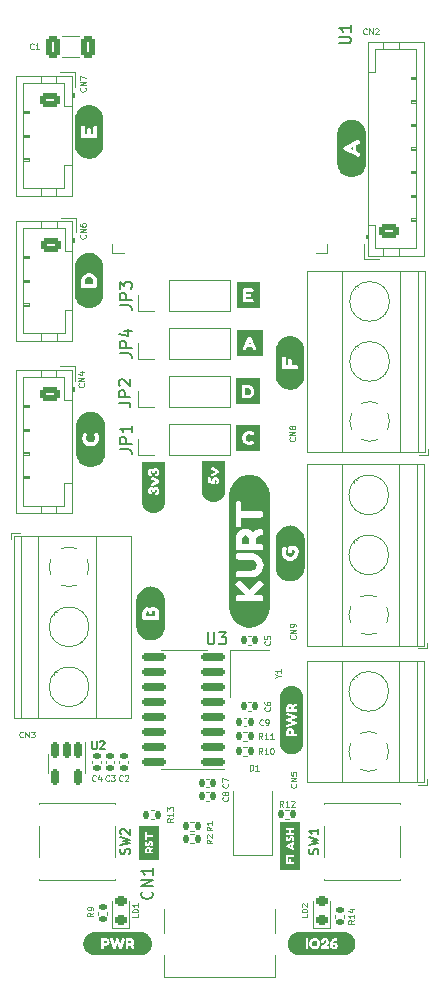
<source format=gbr>
%TF.GenerationSoftware,KiCad,Pcbnew,(6.0.1)*%
%TF.CreationDate,2022-10-31T16:46:04+01:00*%
%TF.ProjectId,ESPRocks,45535052-6f63-46b7-932e-6b696361645f,rev?*%
%TF.SameCoordinates,Original*%
%TF.FileFunction,Legend,Top*%
%TF.FilePolarity,Positive*%
%FSLAX46Y46*%
G04 Gerber Fmt 4.6, Leading zero omitted, Abs format (unit mm)*
G04 Created by KiCad (PCBNEW (6.0.1)) date 2022-10-31 16:46:04*
%MOMM*%
%LPD*%
G01*
G04 APERTURE LIST*
G04 Aperture macros list*
%AMRoundRect*
0 Rectangle with rounded corners*
0 $1 Rounding radius*
0 $2 $3 $4 $5 $6 $7 $8 $9 X,Y pos of 4 corners*
0 Add a 4 corners polygon primitive as box body*
4,1,4,$2,$3,$4,$5,$6,$7,$8,$9,$2,$3,0*
0 Add four circle primitives for the rounded corners*
1,1,$1+$1,$2,$3*
1,1,$1+$1,$4,$5*
1,1,$1+$1,$6,$7*
1,1,$1+$1,$8,$9*
0 Add four rect primitives between the rounded corners*
20,1,$1+$1,$2,$3,$4,$5,0*
20,1,$1+$1,$4,$5,$6,$7,0*
20,1,$1+$1,$6,$7,$8,$9,0*
20,1,$1+$1,$8,$9,$2,$3,0*%
G04 Aperture macros list end*
%ADD10C,0.125000*%
%ADD11C,0.150000*%
%ADD12C,0.120000*%
%ADD13RoundRect,0.135000X-0.135000X-0.185000X0.135000X-0.185000X0.135000X0.185000X-0.135000X0.185000X0*%
%ADD14R,2.600000X2.600000*%
%ADD15C,2.600000*%
%ADD16C,3.500000*%
%ADD17R,1.700000X1.700000*%
%ADD18O,1.700000X1.700000*%
%ADD19RoundRect,0.250000X-0.625000X0.350000X-0.625000X-0.350000X0.625000X-0.350000X0.625000X0.350000X0*%
%ADD20O,1.750000X1.200000*%
%ADD21RoundRect,0.135000X0.135000X0.185000X-0.135000X0.185000X-0.135000X-0.185000X0.135000X-0.185000X0*%
%ADD22C,0.650000*%
%ADD23R,0.600000X1.450000*%
%ADD24R,0.300000X1.450000*%
%ADD25O,1.000000X2.100000*%
%ADD26O,1.000000X1.600000*%
%ADD27RoundRect,0.140000X-0.140000X-0.170000X0.140000X-0.170000X0.140000X0.170000X-0.140000X0.170000X0*%
%ADD28RoundRect,0.135000X0.185000X-0.135000X0.185000X0.135000X-0.185000X0.135000X-0.185000X-0.135000X0*%
%ADD29R,1.200000X1.400000*%
%ADD30RoundRect,0.150000X-0.150000X0.512500X-0.150000X-0.512500X0.150000X-0.512500X0.150000X0.512500X0*%
%ADD31R,1.550000X1.300000*%
%ADD32RoundRect,0.218750X0.256250X-0.218750X0.256250X0.218750X-0.256250X0.218750X-0.256250X-0.218750X0*%
%ADD33RoundRect,0.250000X0.625000X-0.350000X0.625000X0.350000X-0.625000X0.350000X-0.625000X-0.350000X0*%
%ADD34RoundRect,0.140000X-0.170000X0.140000X-0.170000X-0.140000X0.170000X-0.140000X0.170000X0.140000X0*%
%ADD35RoundRect,0.250000X-0.325000X-0.650000X0.325000X-0.650000X0.325000X0.650000X-0.325000X0.650000X0*%
%ADD36R,2.000000X0.900000*%
%ADD37R,0.900000X2.000000*%
%ADD38R,5.000000X5.000000*%
%ADD39RoundRect,0.140000X0.170000X-0.140000X0.170000X0.140000X-0.170000X0.140000X-0.170000X-0.140000X0*%
%ADD40RoundRect,0.140000X0.140000X0.170000X-0.140000X0.170000X-0.140000X-0.170000X0.140000X-0.170000X0*%
%ADD41RoundRect,0.150000X0.825000X0.150000X-0.825000X0.150000X-0.825000X-0.150000X0.825000X-0.150000X0*%
%ADD42R,1.800000X2.500000*%
G04 APERTURE END LIST*
D10*
%TO.C,R12*%
X124638371Y-121434990D02*
X124471704Y-121196895D01*
X124352657Y-121434990D02*
X124352657Y-120934990D01*
X124543133Y-120934990D01*
X124590752Y-120958800D01*
X124614561Y-120982609D01*
X124638371Y-121030228D01*
X124638371Y-121101657D01*
X124614561Y-121149276D01*
X124590752Y-121173085D01*
X124543133Y-121196895D01*
X124352657Y-121196895D01*
X125114561Y-121434990D02*
X124828847Y-121434990D01*
X124971704Y-121434990D02*
X124971704Y-120934990D01*
X124924085Y-121006419D01*
X124876466Y-121054038D01*
X124828847Y-121077847D01*
X125305038Y-120982609D02*
X125328847Y-120958800D01*
X125376466Y-120934990D01*
X125495514Y-120934990D01*
X125543133Y-120958800D01*
X125566942Y-120982609D01*
X125590752Y-121030228D01*
X125590752Y-121077847D01*
X125566942Y-121149276D01*
X125281228Y-121434990D01*
X125590752Y-121434990D01*
%TO.C,CN5*%
X125697371Y-119522038D02*
X125721180Y-119545847D01*
X125744990Y-119617276D01*
X125744990Y-119664895D01*
X125721180Y-119736323D01*
X125673561Y-119783942D01*
X125625942Y-119807752D01*
X125530704Y-119831561D01*
X125459276Y-119831561D01*
X125364038Y-119807752D01*
X125316419Y-119783942D01*
X125268800Y-119736323D01*
X125244990Y-119664895D01*
X125244990Y-119617276D01*
X125268800Y-119545847D01*
X125292609Y-119522038D01*
X125744990Y-119307752D02*
X125244990Y-119307752D01*
X125744990Y-119022038D01*
X125244990Y-119022038D01*
X125244990Y-118545847D02*
X125244990Y-118783942D01*
X125483085Y-118807752D01*
X125459276Y-118783942D01*
X125435466Y-118736323D01*
X125435466Y-118617276D01*
X125459276Y-118569657D01*
X125483085Y-118545847D01*
X125530704Y-118522038D01*
X125649752Y-118522038D01*
X125697371Y-118545847D01*
X125721180Y-118569657D01*
X125744990Y-118617276D01*
X125744990Y-118736323D01*
X125721180Y-118783942D01*
X125697371Y-118807752D01*
D11*
%TO.C,JP1*%
X110794180Y-91181133D02*
X111508466Y-91181133D01*
X111651323Y-91228752D01*
X111746561Y-91323990D01*
X111794180Y-91466847D01*
X111794180Y-91562085D01*
X111794180Y-90704942D02*
X110794180Y-90704942D01*
X110794180Y-90323990D01*
X110841800Y-90228752D01*
X110889419Y-90181133D01*
X110984657Y-90133514D01*
X111127514Y-90133514D01*
X111222752Y-90181133D01*
X111270371Y-90228752D01*
X111317990Y-90323990D01*
X111317990Y-90704942D01*
X111794180Y-89181133D02*
X111794180Y-89752561D01*
X111794180Y-89466847D02*
X110794180Y-89466847D01*
X110937038Y-89562085D01*
X111032276Y-89657323D01*
X111079895Y-89752561D01*
D10*
%TO.C,CN7*%
X107866371Y-60594038D02*
X107890180Y-60617847D01*
X107913990Y-60689276D01*
X107913990Y-60736895D01*
X107890180Y-60808323D01*
X107842561Y-60855942D01*
X107794942Y-60879752D01*
X107699704Y-60903561D01*
X107628276Y-60903561D01*
X107533038Y-60879752D01*
X107485419Y-60855942D01*
X107437800Y-60808323D01*
X107413990Y-60736895D01*
X107413990Y-60689276D01*
X107437800Y-60617847D01*
X107461609Y-60594038D01*
X107913990Y-60379752D02*
X107413990Y-60379752D01*
X107913990Y-60094038D01*
X107413990Y-60094038D01*
X107413990Y-59903561D02*
X107413990Y-59570228D01*
X107913990Y-59784514D01*
D11*
%TO.C,JP3*%
X110794180Y-78989133D02*
X111508466Y-78989133D01*
X111651323Y-79036752D01*
X111746561Y-79131990D01*
X111794180Y-79274847D01*
X111794180Y-79370085D01*
X111794180Y-78512942D02*
X110794180Y-78512942D01*
X110794180Y-78131990D01*
X110841800Y-78036752D01*
X110889419Y-77989133D01*
X110984657Y-77941514D01*
X111127514Y-77941514D01*
X111222752Y-77989133D01*
X111270371Y-78036752D01*
X111317990Y-78131990D01*
X111317990Y-78512942D01*
X110794180Y-77608180D02*
X110794180Y-76989133D01*
X111175133Y-77322466D01*
X111175133Y-77179609D01*
X111222752Y-77084371D01*
X111270371Y-77036752D01*
X111365609Y-76989133D01*
X111603704Y-76989133D01*
X111698942Y-77036752D01*
X111746561Y-77084371D01*
X111794180Y-77179609D01*
X111794180Y-77465323D01*
X111746561Y-77560561D01*
X111698942Y-77608180D01*
D10*
%TO.C,R2*%
X118632790Y-124263933D02*
X118394695Y-124430600D01*
X118632790Y-124549647D02*
X118132790Y-124549647D01*
X118132790Y-124359171D01*
X118156600Y-124311552D01*
X118180409Y-124287742D01*
X118228028Y-124263933D01*
X118299457Y-124263933D01*
X118347076Y-124287742D01*
X118370885Y-124311552D01*
X118394695Y-124359171D01*
X118394695Y-124549647D01*
X118180409Y-124073457D02*
X118156600Y-124049647D01*
X118132790Y-124002028D01*
X118132790Y-123882980D01*
X118156600Y-123835361D01*
X118180409Y-123811552D01*
X118228028Y-123787742D01*
X118275647Y-123787742D01*
X118347076Y-123811552D01*
X118632790Y-124097266D01*
X118632790Y-123787742D01*
%TO.C,R13*%
X115305390Y-122444628D02*
X115067295Y-122611295D01*
X115305390Y-122730342D02*
X114805390Y-122730342D01*
X114805390Y-122539866D01*
X114829200Y-122492247D01*
X114853009Y-122468438D01*
X114900628Y-122444628D01*
X114972057Y-122444628D01*
X115019676Y-122468438D01*
X115043485Y-122492247D01*
X115067295Y-122539866D01*
X115067295Y-122730342D01*
X115305390Y-121968438D02*
X115305390Y-122254152D01*
X115305390Y-122111295D02*
X114805390Y-122111295D01*
X114876819Y-122158914D01*
X114924438Y-122206533D01*
X114948247Y-122254152D01*
X114805390Y-121801771D02*
X114805390Y-121492247D01*
X114995866Y-121658914D01*
X114995866Y-121587485D01*
X115019676Y-121539866D01*
X115043485Y-121516057D01*
X115091104Y-121492247D01*
X115210152Y-121492247D01*
X115257771Y-121516057D01*
X115281580Y-121539866D01*
X115305390Y-121587485D01*
X115305390Y-121730342D01*
X115281580Y-121777961D01*
X115257771Y-121801771D01*
D11*
%TO.C,CN1*%
X113505942Y-128630276D02*
X113553561Y-128677895D01*
X113601180Y-128820752D01*
X113601180Y-128915990D01*
X113553561Y-129058847D01*
X113458323Y-129154085D01*
X113363085Y-129201704D01*
X113172609Y-129249323D01*
X113029752Y-129249323D01*
X112839276Y-129201704D01*
X112744038Y-129154085D01*
X112648800Y-129058847D01*
X112601180Y-128915990D01*
X112601180Y-128820752D01*
X112648800Y-128677895D01*
X112696419Y-128630276D01*
X113601180Y-128201704D02*
X112601180Y-128201704D01*
X113601180Y-127630276D01*
X112601180Y-127630276D01*
X113601180Y-126630276D02*
X113601180Y-127201704D01*
X113601180Y-126915990D02*
X112601180Y-126915990D01*
X112744038Y-127011228D01*
X112839276Y-127106466D01*
X112886895Y-127201704D01*
D10*
%TO.C,C5*%
X123487371Y-107449133D02*
X123511180Y-107472942D01*
X123534990Y-107544371D01*
X123534990Y-107591990D01*
X123511180Y-107663419D01*
X123463561Y-107711038D01*
X123415942Y-107734847D01*
X123320704Y-107758657D01*
X123249276Y-107758657D01*
X123154038Y-107734847D01*
X123106419Y-107711038D01*
X123058800Y-107663419D01*
X123034990Y-107591990D01*
X123034990Y-107544371D01*
X123058800Y-107472942D01*
X123082609Y-107449133D01*
X123034990Y-106996752D02*
X123034990Y-107234847D01*
X123273085Y-107258657D01*
X123249276Y-107234847D01*
X123225466Y-107187228D01*
X123225466Y-107068180D01*
X123249276Y-107020561D01*
X123273085Y-106996752D01*
X123320704Y-106972942D01*
X123439752Y-106972942D01*
X123487371Y-106996752D01*
X123511180Y-107020561D01*
X123534990Y-107068180D01*
X123534990Y-107187228D01*
X123511180Y-107234847D01*
X123487371Y-107258657D01*
%TO.C,CN4*%
X107739371Y-85613038D02*
X107763180Y-85636847D01*
X107786990Y-85708276D01*
X107786990Y-85755895D01*
X107763180Y-85827323D01*
X107715561Y-85874942D01*
X107667942Y-85898752D01*
X107572704Y-85922561D01*
X107501276Y-85922561D01*
X107406038Y-85898752D01*
X107358419Y-85874942D01*
X107310800Y-85827323D01*
X107286990Y-85755895D01*
X107286990Y-85708276D01*
X107310800Y-85636847D01*
X107334609Y-85613038D01*
X107786990Y-85398752D02*
X107286990Y-85398752D01*
X107786990Y-85113038D01*
X107286990Y-85113038D01*
X107453657Y-84660657D02*
X107786990Y-84660657D01*
X107263180Y-84779704D02*
X107620323Y-84898752D01*
X107620323Y-84589228D01*
%TO.C,CN8*%
X125595371Y-90185038D02*
X125619180Y-90208847D01*
X125642990Y-90280276D01*
X125642990Y-90327895D01*
X125619180Y-90399323D01*
X125571561Y-90446942D01*
X125523942Y-90470752D01*
X125428704Y-90494561D01*
X125357276Y-90494561D01*
X125262038Y-90470752D01*
X125214419Y-90446942D01*
X125166800Y-90399323D01*
X125142990Y-90327895D01*
X125142990Y-90280276D01*
X125166800Y-90208847D01*
X125190609Y-90185038D01*
X125642990Y-89970752D02*
X125142990Y-89970752D01*
X125642990Y-89685038D01*
X125142990Y-89685038D01*
X125357276Y-89375514D02*
X125333466Y-89423133D01*
X125309657Y-89446942D01*
X125262038Y-89470752D01*
X125238228Y-89470752D01*
X125190609Y-89446942D01*
X125166800Y-89423133D01*
X125142990Y-89375514D01*
X125142990Y-89280276D01*
X125166800Y-89232657D01*
X125190609Y-89208847D01*
X125238228Y-89185038D01*
X125262038Y-89185038D01*
X125309657Y-89208847D01*
X125333466Y-89232657D01*
X125357276Y-89280276D01*
X125357276Y-89375514D01*
X125381085Y-89423133D01*
X125404895Y-89446942D01*
X125452514Y-89470752D01*
X125547752Y-89470752D01*
X125595371Y-89446942D01*
X125619180Y-89423133D01*
X125642990Y-89375514D01*
X125642990Y-89280276D01*
X125619180Y-89232657D01*
X125595371Y-89208847D01*
X125547752Y-89185038D01*
X125452514Y-89185038D01*
X125404895Y-89208847D01*
X125381085Y-89232657D01*
X125357276Y-89280276D01*
%TO.C,R14*%
X130646990Y-131055228D02*
X130408895Y-131221895D01*
X130646990Y-131340942D02*
X130146990Y-131340942D01*
X130146990Y-131150466D01*
X130170800Y-131102847D01*
X130194609Y-131079038D01*
X130242228Y-131055228D01*
X130313657Y-131055228D01*
X130361276Y-131079038D01*
X130385085Y-131102847D01*
X130408895Y-131150466D01*
X130408895Y-131340942D01*
X130646990Y-130579038D02*
X130646990Y-130864752D01*
X130646990Y-130721895D02*
X130146990Y-130721895D01*
X130218419Y-130769514D01*
X130266038Y-130817133D01*
X130289847Y-130864752D01*
X130313657Y-130150466D02*
X130646990Y-130150466D01*
X130123180Y-130269514D02*
X130480323Y-130388561D01*
X130480323Y-130079038D01*
%TO.C,CN3*%
X102592561Y-115540371D02*
X102568752Y-115564180D01*
X102497323Y-115587990D01*
X102449704Y-115587990D01*
X102378276Y-115564180D01*
X102330657Y-115516561D01*
X102306847Y-115468942D01*
X102283038Y-115373704D01*
X102283038Y-115302276D01*
X102306847Y-115207038D01*
X102330657Y-115159419D01*
X102378276Y-115111800D01*
X102449704Y-115087990D01*
X102497323Y-115087990D01*
X102568752Y-115111800D01*
X102592561Y-115135609D01*
X102806847Y-115587990D02*
X102806847Y-115087990D01*
X103092561Y-115587990D01*
X103092561Y-115087990D01*
X103283038Y-115087990D02*
X103592561Y-115087990D01*
X103425895Y-115278466D01*
X103497323Y-115278466D01*
X103544942Y-115302276D01*
X103568752Y-115326085D01*
X103592561Y-115373704D01*
X103592561Y-115492752D01*
X103568752Y-115540371D01*
X103544942Y-115564180D01*
X103497323Y-115587990D01*
X103354466Y-115587990D01*
X103306847Y-115564180D01*
X103283038Y-115540371D01*
%TO.C,C7*%
X119931371Y-119514133D02*
X119955180Y-119537942D01*
X119978990Y-119609371D01*
X119978990Y-119656990D01*
X119955180Y-119728419D01*
X119907561Y-119776038D01*
X119859942Y-119799847D01*
X119764704Y-119823657D01*
X119693276Y-119823657D01*
X119598038Y-119799847D01*
X119550419Y-119776038D01*
X119502800Y-119728419D01*
X119478990Y-119656990D01*
X119478990Y-119609371D01*
X119502800Y-119537942D01*
X119526609Y-119514133D01*
X119478990Y-119347466D02*
X119478990Y-119014133D01*
X119978990Y-119228419D01*
%TO.C,CN6*%
X107866371Y-73040038D02*
X107890180Y-73063847D01*
X107913990Y-73135276D01*
X107913990Y-73182895D01*
X107890180Y-73254323D01*
X107842561Y-73301942D01*
X107794942Y-73325752D01*
X107699704Y-73349561D01*
X107628276Y-73349561D01*
X107533038Y-73325752D01*
X107485419Y-73301942D01*
X107437800Y-73254323D01*
X107413990Y-73182895D01*
X107413990Y-73135276D01*
X107437800Y-73063847D01*
X107461609Y-73040038D01*
X107913990Y-72825752D02*
X107413990Y-72825752D01*
X107913990Y-72540038D01*
X107413990Y-72540038D01*
X107413990Y-72087657D02*
X107413990Y-72182895D01*
X107437800Y-72230514D01*
X107461609Y-72254323D01*
X107533038Y-72301942D01*
X107628276Y-72325752D01*
X107818752Y-72325752D01*
X107866371Y-72301942D01*
X107890180Y-72278133D01*
X107913990Y-72230514D01*
X107913990Y-72135276D01*
X107890180Y-72087657D01*
X107866371Y-72063847D01*
X107818752Y-72040038D01*
X107699704Y-72040038D01*
X107652085Y-72063847D01*
X107628276Y-72087657D01*
X107604466Y-72135276D01*
X107604466Y-72230514D01*
X107628276Y-72278133D01*
X107652085Y-72301942D01*
X107699704Y-72325752D01*
%TO.C,C8*%
X119931371Y-120657133D02*
X119955180Y-120680942D01*
X119978990Y-120752371D01*
X119978990Y-120799990D01*
X119955180Y-120871419D01*
X119907561Y-120919038D01*
X119859942Y-120942847D01*
X119764704Y-120966657D01*
X119693276Y-120966657D01*
X119598038Y-120942847D01*
X119550419Y-120919038D01*
X119502800Y-120871419D01*
X119478990Y-120799990D01*
X119478990Y-120752371D01*
X119502800Y-120680942D01*
X119526609Y-120657133D01*
X119693276Y-120371419D02*
X119669466Y-120419038D01*
X119645657Y-120442847D01*
X119598038Y-120466657D01*
X119574228Y-120466657D01*
X119526609Y-120442847D01*
X119502800Y-120419038D01*
X119478990Y-120371419D01*
X119478990Y-120276180D01*
X119502800Y-120228561D01*
X119526609Y-120204752D01*
X119574228Y-120180942D01*
X119598038Y-120180942D01*
X119645657Y-120204752D01*
X119669466Y-120228561D01*
X119693276Y-120276180D01*
X119693276Y-120371419D01*
X119717085Y-120419038D01*
X119740895Y-120442847D01*
X119788514Y-120466657D01*
X119883752Y-120466657D01*
X119931371Y-120442847D01*
X119955180Y-120419038D01*
X119978990Y-120371419D01*
X119978990Y-120276180D01*
X119955180Y-120228561D01*
X119931371Y-120204752D01*
X119883752Y-120180942D01*
X119788514Y-120180942D01*
X119740895Y-120204752D01*
X119717085Y-120228561D01*
X119693276Y-120276180D01*
%TO.C,Y1*%
X124222895Y-110397895D02*
X124460990Y-110397895D01*
X123960990Y-110564561D02*
X124222895Y-110397895D01*
X123960990Y-110231228D01*
X124460990Y-109802657D02*
X124460990Y-110088371D01*
X124460990Y-109945514D02*
X123960990Y-109945514D01*
X124032419Y-109993133D01*
X124080038Y-110040752D01*
X124103847Y-110088371D01*
%TO.C,R1*%
X118634790Y-123171733D02*
X118396695Y-123338400D01*
X118634790Y-123457447D02*
X118134790Y-123457447D01*
X118134790Y-123266971D01*
X118158600Y-123219352D01*
X118182409Y-123195542D01*
X118230028Y-123171733D01*
X118301457Y-123171733D01*
X118349076Y-123195542D01*
X118372885Y-123219352D01*
X118396695Y-123266971D01*
X118396695Y-123457447D01*
X118634790Y-122695542D02*
X118634790Y-122981257D01*
X118634790Y-122838400D02*
X118134790Y-122838400D01*
X118206219Y-122886019D01*
X118253838Y-122933638D01*
X118277647Y-122981257D01*
D11*
%TO.C,U2*%
X108424466Y-115872466D02*
X108424466Y-116439133D01*
X108457800Y-116505800D01*
X108491133Y-116539133D01*
X108557800Y-116572466D01*
X108691133Y-116572466D01*
X108757800Y-116539133D01*
X108791133Y-116505800D01*
X108824466Y-116439133D01*
X108824466Y-115872466D01*
X109124466Y-115939133D02*
X109157800Y-115905800D01*
X109224466Y-115872466D01*
X109391133Y-115872466D01*
X109457800Y-115905800D01*
X109491133Y-115939133D01*
X109524466Y-116005800D01*
X109524466Y-116072466D01*
X109491133Y-116172466D01*
X109091133Y-116572466D01*
X109524466Y-116572466D01*
%TO.C,SW1*%
X127569609Y-125450466D02*
X127607704Y-125336180D01*
X127607704Y-125145704D01*
X127569609Y-125069514D01*
X127531514Y-125031419D01*
X127455323Y-124993323D01*
X127379133Y-124993323D01*
X127302942Y-125031419D01*
X127264847Y-125069514D01*
X127226752Y-125145704D01*
X127188657Y-125298085D01*
X127150561Y-125374276D01*
X127112466Y-125412371D01*
X127036276Y-125450466D01*
X126960085Y-125450466D01*
X126883895Y-125412371D01*
X126845800Y-125374276D01*
X126807704Y-125298085D01*
X126807704Y-125107609D01*
X126845800Y-124993323D01*
X126807704Y-124726657D02*
X127607704Y-124536180D01*
X127036276Y-124383800D01*
X127607704Y-124231419D01*
X126807704Y-124040942D01*
X127607704Y-123317133D02*
X127607704Y-123774276D01*
X127607704Y-123545704D02*
X126807704Y-123545704D01*
X126921990Y-123621895D01*
X126998180Y-123698085D01*
X127036276Y-123774276D01*
D10*
%TO.C,R11*%
X122860371Y-115719990D02*
X122693704Y-115481895D01*
X122574657Y-115719990D02*
X122574657Y-115219990D01*
X122765133Y-115219990D01*
X122812752Y-115243800D01*
X122836561Y-115267609D01*
X122860371Y-115315228D01*
X122860371Y-115386657D01*
X122836561Y-115434276D01*
X122812752Y-115458085D01*
X122765133Y-115481895D01*
X122574657Y-115481895D01*
X123336561Y-115719990D02*
X123050847Y-115719990D01*
X123193704Y-115719990D02*
X123193704Y-115219990D01*
X123146085Y-115291419D01*
X123098466Y-115339038D01*
X123050847Y-115362847D01*
X123812752Y-115719990D02*
X123527038Y-115719990D01*
X123669895Y-115719990D02*
X123669895Y-115219990D01*
X123622276Y-115291419D01*
X123574657Y-115339038D01*
X123527038Y-115362847D01*
%TO.C,LD2*%
X126676990Y-130559133D02*
X126676990Y-130797228D01*
X126176990Y-130797228D01*
X126676990Y-130392466D02*
X126176990Y-130392466D01*
X126176990Y-130273419D01*
X126200800Y-130201990D01*
X126248419Y-130154371D01*
X126296038Y-130130561D01*
X126391276Y-130106752D01*
X126462704Y-130106752D01*
X126557942Y-130130561D01*
X126605561Y-130154371D01*
X126653180Y-130201990D01*
X126676990Y-130273419D01*
X126676990Y-130392466D01*
X126224609Y-129916276D02*
X126200800Y-129892466D01*
X126176990Y-129844847D01*
X126176990Y-129725800D01*
X126200800Y-129678180D01*
X126224609Y-129654371D01*
X126272228Y-129630561D01*
X126319847Y-129630561D01*
X126391276Y-129654371D01*
X126676990Y-129940085D01*
X126676990Y-129630561D01*
%TO.C,CN2*%
X131701161Y-56007771D02*
X131677352Y-56031580D01*
X131605923Y-56055390D01*
X131558304Y-56055390D01*
X131486876Y-56031580D01*
X131439257Y-55983961D01*
X131415447Y-55936342D01*
X131391638Y-55841104D01*
X131391638Y-55769676D01*
X131415447Y-55674438D01*
X131439257Y-55626819D01*
X131486876Y-55579200D01*
X131558304Y-55555390D01*
X131605923Y-55555390D01*
X131677352Y-55579200D01*
X131701161Y-55603009D01*
X131915447Y-56055390D02*
X131915447Y-55555390D01*
X132201161Y-56055390D01*
X132201161Y-55555390D01*
X132415447Y-55603009D02*
X132439257Y-55579200D01*
X132486876Y-55555390D01*
X132605923Y-55555390D01*
X132653542Y-55579200D01*
X132677352Y-55603009D01*
X132701161Y-55650628D01*
X132701161Y-55698247D01*
X132677352Y-55769676D01*
X132391638Y-56055390D01*
X132701161Y-56055390D01*
%TO.C,C2*%
X111033466Y-119228371D02*
X111009657Y-119252180D01*
X110938228Y-119275990D01*
X110890609Y-119275990D01*
X110819180Y-119252180D01*
X110771561Y-119204561D01*
X110747752Y-119156942D01*
X110723942Y-119061704D01*
X110723942Y-118990276D01*
X110747752Y-118895038D01*
X110771561Y-118847419D01*
X110819180Y-118799800D01*
X110890609Y-118775990D01*
X110938228Y-118775990D01*
X111009657Y-118799800D01*
X111033466Y-118823609D01*
X111223942Y-118823609D02*
X111247752Y-118799800D01*
X111295371Y-118775990D01*
X111414419Y-118775990D01*
X111462038Y-118799800D01*
X111485847Y-118823609D01*
X111509657Y-118871228D01*
X111509657Y-118918847D01*
X111485847Y-118990276D01*
X111200133Y-119275990D01*
X111509657Y-119275990D01*
%TO.C,C1*%
X103489666Y-57277771D02*
X103465857Y-57301580D01*
X103394428Y-57325390D01*
X103346809Y-57325390D01*
X103275380Y-57301580D01*
X103227761Y-57253961D01*
X103203952Y-57206342D01*
X103180142Y-57111104D01*
X103180142Y-57039676D01*
X103203952Y-56944438D01*
X103227761Y-56896819D01*
X103275380Y-56849200D01*
X103346809Y-56825390D01*
X103394428Y-56825390D01*
X103465857Y-56849200D01*
X103489666Y-56873009D01*
X103965857Y-57325390D02*
X103680142Y-57325390D01*
X103823000Y-57325390D02*
X103823000Y-56825390D01*
X103775380Y-56896819D01*
X103727761Y-56944438D01*
X103680142Y-56968247D01*
D11*
%TO.C,U1*%
X129365180Y-56819704D02*
X130174704Y-56819704D01*
X130269942Y-56772085D01*
X130317561Y-56724466D01*
X130365180Y-56629228D01*
X130365180Y-56438752D01*
X130317561Y-56343514D01*
X130269942Y-56295895D01*
X130174704Y-56248276D01*
X129365180Y-56248276D01*
X130365180Y-55248276D02*
X130365180Y-55819704D01*
X130365180Y-55533990D02*
X129365180Y-55533990D01*
X129508038Y-55629228D01*
X129603276Y-55724466D01*
X129650895Y-55819704D01*
D10*
%TO.C,R9*%
X108548990Y-130409492D02*
X108310895Y-130576159D01*
X108548990Y-130695206D02*
X108048990Y-130695206D01*
X108048990Y-130504730D01*
X108072800Y-130457111D01*
X108096609Y-130433301D01*
X108144228Y-130409492D01*
X108215657Y-130409492D01*
X108263276Y-130433301D01*
X108287085Y-130457111D01*
X108310895Y-130504730D01*
X108310895Y-130695206D01*
X108548990Y-130171397D02*
X108548990Y-130076159D01*
X108525180Y-130028539D01*
X108501371Y-130004730D01*
X108429942Y-129957111D01*
X108334704Y-129933301D01*
X108144228Y-129933301D01*
X108096609Y-129957111D01*
X108072800Y-129980920D01*
X108048990Y-130028539D01*
X108048990Y-130123778D01*
X108072800Y-130171397D01*
X108096609Y-130195206D01*
X108144228Y-130219016D01*
X108263276Y-130219016D01*
X108310895Y-130195206D01*
X108334704Y-130171397D01*
X108358514Y-130123778D01*
X108358514Y-130028539D01*
X108334704Y-129980920D01*
X108310895Y-129957111D01*
X108263276Y-129933301D01*
%TO.C,CN9*%
X125646371Y-106949038D02*
X125670180Y-106972847D01*
X125693990Y-107044276D01*
X125693990Y-107091895D01*
X125670180Y-107163323D01*
X125622561Y-107210942D01*
X125574942Y-107234752D01*
X125479704Y-107258561D01*
X125408276Y-107258561D01*
X125313038Y-107234752D01*
X125265419Y-107210942D01*
X125217800Y-107163323D01*
X125193990Y-107091895D01*
X125193990Y-107044276D01*
X125217800Y-106972847D01*
X125241609Y-106949038D01*
X125693990Y-106734752D02*
X125193990Y-106734752D01*
X125693990Y-106449038D01*
X125193990Y-106449038D01*
X125693990Y-106187133D02*
X125693990Y-106091895D01*
X125670180Y-106044276D01*
X125646371Y-106020466D01*
X125574942Y-105972847D01*
X125479704Y-105949038D01*
X125289228Y-105949038D01*
X125241609Y-105972847D01*
X125217800Y-105996657D01*
X125193990Y-106044276D01*
X125193990Y-106139514D01*
X125217800Y-106187133D01*
X125241609Y-106210942D01*
X125289228Y-106234752D01*
X125408276Y-106234752D01*
X125455895Y-106210942D01*
X125479704Y-106187133D01*
X125503514Y-106139514D01*
X125503514Y-106044276D01*
X125479704Y-105996657D01*
X125455895Y-105972847D01*
X125408276Y-105949038D01*
D11*
%TO.C,JP2*%
X110696180Y-87244133D02*
X111410466Y-87244133D01*
X111553323Y-87291752D01*
X111648561Y-87386990D01*
X111696180Y-87529847D01*
X111696180Y-87625085D01*
X111696180Y-86767942D02*
X110696180Y-86767942D01*
X110696180Y-86386990D01*
X110743800Y-86291752D01*
X110791419Y-86244133D01*
X110886657Y-86196514D01*
X111029514Y-86196514D01*
X111124752Y-86244133D01*
X111172371Y-86291752D01*
X111219990Y-86386990D01*
X111219990Y-86767942D01*
X110791419Y-85815561D02*
X110743800Y-85767942D01*
X110696180Y-85672704D01*
X110696180Y-85434609D01*
X110743800Y-85339371D01*
X110791419Y-85291752D01*
X110886657Y-85244133D01*
X110981895Y-85244133D01*
X111124752Y-85291752D01*
X111696180Y-85863180D01*
X111696180Y-85244133D01*
D10*
%TO.C,C3*%
X109890466Y-119228371D02*
X109866657Y-119252180D01*
X109795228Y-119275990D01*
X109747609Y-119275990D01*
X109676180Y-119252180D01*
X109628561Y-119204561D01*
X109604752Y-119156942D01*
X109580942Y-119061704D01*
X109580942Y-118990276D01*
X109604752Y-118895038D01*
X109628561Y-118847419D01*
X109676180Y-118799800D01*
X109747609Y-118775990D01*
X109795228Y-118775990D01*
X109866657Y-118799800D01*
X109890466Y-118823609D01*
X110057133Y-118775990D02*
X110366657Y-118775990D01*
X110199990Y-118966466D01*
X110271419Y-118966466D01*
X110319038Y-118990276D01*
X110342847Y-119014085D01*
X110366657Y-119061704D01*
X110366657Y-119180752D01*
X110342847Y-119228371D01*
X110319038Y-119252180D01*
X110271419Y-119275990D01*
X110128561Y-119275990D01*
X110080942Y-119252180D01*
X110057133Y-119228371D01*
D11*
%TO.C,SW2*%
X111593009Y-125450466D02*
X111631104Y-125336180D01*
X111631104Y-125145704D01*
X111593009Y-125069514D01*
X111554914Y-125031419D01*
X111478723Y-124993323D01*
X111402533Y-124993323D01*
X111326342Y-125031419D01*
X111288247Y-125069514D01*
X111250152Y-125145704D01*
X111212057Y-125298085D01*
X111173961Y-125374276D01*
X111135866Y-125412371D01*
X111059676Y-125450466D01*
X110983485Y-125450466D01*
X110907295Y-125412371D01*
X110869200Y-125374276D01*
X110831104Y-125298085D01*
X110831104Y-125107609D01*
X110869200Y-124993323D01*
X110831104Y-124726657D02*
X111631104Y-124536180D01*
X111059676Y-124383800D01*
X111631104Y-124231419D01*
X110831104Y-124040942D01*
X110907295Y-123774276D02*
X110869200Y-123736180D01*
X110831104Y-123659990D01*
X110831104Y-123469514D01*
X110869200Y-123393323D01*
X110907295Y-123355228D01*
X110983485Y-123317133D01*
X111059676Y-123317133D01*
X111173961Y-123355228D01*
X111631104Y-123812371D01*
X111631104Y-123317133D01*
D10*
%TO.C,C4*%
X108747466Y-119228371D02*
X108723657Y-119252180D01*
X108652228Y-119275990D01*
X108604609Y-119275990D01*
X108533180Y-119252180D01*
X108485561Y-119204561D01*
X108461752Y-119156942D01*
X108437942Y-119061704D01*
X108437942Y-118990276D01*
X108461752Y-118895038D01*
X108485561Y-118847419D01*
X108533180Y-118799800D01*
X108604609Y-118775990D01*
X108652228Y-118775990D01*
X108723657Y-118799800D01*
X108747466Y-118823609D01*
X109176038Y-118942657D02*
X109176038Y-119275990D01*
X109056990Y-118752180D02*
X108937942Y-119109323D01*
X109247466Y-119109323D01*
%TO.C,C6*%
X123487371Y-113037133D02*
X123511180Y-113060942D01*
X123534990Y-113132371D01*
X123534990Y-113179990D01*
X123511180Y-113251419D01*
X123463561Y-113299038D01*
X123415942Y-113322847D01*
X123320704Y-113346657D01*
X123249276Y-113346657D01*
X123154038Y-113322847D01*
X123106419Y-113299038D01*
X123058800Y-113251419D01*
X123034990Y-113179990D01*
X123034990Y-113132371D01*
X123058800Y-113060942D01*
X123082609Y-113037133D01*
X123034990Y-112608561D02*
X123034990Y-112703800D01*
X123058800Y-112751419D01*
X123082609Y-112775228D01*
X123154038Y-112822847D01*
X123249276Y-112846657D01*
X123439752Y-112846657D01*
X123487371Y-112822847D01*
X123511180Y-112799038D01*
X123534990Y-112751419D01*
X123534990Y-112656180D01*
X123511180Y-112608561D01*
X123487371Y-112584752D01*
X123439752Y-112560942D01*
X123320704Y-112560942D01*
X123273085Y-112584752D01*
X123249276Y-112608561D01*
X123225466Y-112656180D01*
X123225466Y-112751419D01*
X123249276Y-112799038D01*
X123273085Y-112822847D01*
X123320704Y-112846657D01*
%TO.C,LD1*%
X112358990Y-130559133D02*
X112358990Y-130797228D01*
X111858990Y-130797228D01*
X112358990Y-130392466D02*
X111858990Y-130392466D01*
X111858990Y-130273419D01*
X111882800Y-130201990D01*
X111930419Y-130154371D01*
X111978038Y-130130561D01*
X112073276Y-130106752D01*
X112144704Y-130106752D01*
X112239942Y-130130561D01*
X112287561Y-130154371D01*
X112335180Y-130201990D01*
X112358990Y-130273419D01*
X112358990Y-130392466D01*
X112358990Y-129630561D02*
X112358990Y-129916276D01*
X112358990Y-129773419D02*
X111858990Y-129773419D01*
X111930419Y-129821038D01*
X111978038Y-129868657D01*
X112001847Y-129916276D01*
%TO.C,C9*%
X122920666Y-114503971D02*
X122896857Y-114527780D01*
X122825428Y-114551590D01*
X122777809Y-114551590D01*
X122706380Y-114527780D01*
X122658761Y-114480161D01*
X122634952Y-114432542D01*
X122611142Y-114337304D01*
X122611142Y-114265876D01*
X122634952Y-114170638D01*
X122658761Y-114123019D01*
X122706380Y-114075400D01*
X122777809Y-114051590D01*
X122825428Y-114051590D01*
X122896857Y-114075400D01*
X122920666Y-114099209D01*
X123158761Y-114551590D02*
X123254000Y-114551590D01*
X123301619Y-114527780D01*
X123325428Y-114503971D01*
X123373047Y-114432542D01*
X123396857Y-114337304D01*
X123396857Y-114146828D01*
X123373047Y-114099209D01*
X123349238Y-114075400D01*
X123301619Y-114051590D01*
X123206380Y-114051590D01*
X123158761Y-114075400D01*
X123134952Y-114099209D01*
X123111142Y-114146828D01*
X123111142Y-114265876D01*
X123134952Y-114313495D01*
X123158761Y-114337304D01*
X123206380Y-114361114D01*
X123301619Y-114361114D01*
X123349238Y-114337304D01*
X123373047Y-114313495D01*
X123396857Y-114265876D01*
%TO.C,R10*%
X122860371Y-116989990D02*
X122693704Y-116751895D01*
X122574657Y-116989990D02*
X122574657Y-116489990D01*
X122765133Y-116489990D01*
X122812752Y-116513800D01*
X122836561Y-116537609D01*
X122860371Y-116585228D01*
X122860371Y-116656657D01*
X122836561Y-116704276D01*
X122812752Y-116728085D01*
X122765133Y-116751895D01*
X122574657Y-116751895D01*
X123336561Y-116989990D02*
X123050847Y-116989990D01*
X123193704Y-116989990D02*
X123193704Y-116489990D01*
X123146085Y-116561419D01*
X123098466Y-116609038D01*
X123050847Y-116632847D01*
X123646085Y-116489990D02*
X123693704Y-116489990D01*
X123741323Y-116513800D01*
X123765133Y-116537609D01*
X123788942Y-116585228D01*
X123812752Y-116680466D01*
X123812752Y-116799514D01*
X123788942Y-116894752D01*
X123765133Y-116942371D01*
X123741323Y-116966180D01*
X123693704Y-116989990D01*
X123646085Y-116989990D01*
X123598466Y-116966180D01*
X123574657Y-116942371D01*
X123550847Y-116894752D01*
X123527038Y-116799514D01*
X123527038Y-116680466D01*
X123550847Y-116585228D01*
X123574657Y-116537609D01*
X123598466Y-116513800D01*
X123646085Y-116489990D01*
D11*
%TO.C,U3*%
X118228895Y-106691180D02*
X118228895Y-107500704D01*
X118276514Y-107595942D01*
X118324133Y-107643561D01*
X118419371Y-107691180D01*
X118609847Y-107691180D01*
X118705085Y-107643561D01*
X118752704Y-107595942D01*
X118800323Y-107500704D01*
X118800323Y-106691180D01*
X119181276Y-106691180D02*
X119800323Y-106691180D01*
X119466990Y-107072133D01*
X119609847Y-107072133D01*
X119705085Y-107119752D01*
X119752704Y-107167371D01*
X119800323Y-107262609D01*
X119800323Y-107500704D01*
X119752704Y-107595942D01*
X119705085Y-107643561D01*
X119609847Y-107691180D01*
X119324133Y-107691180D01*
X119228895Y-107643561D01*
X119181276Y-107595942D01*
%TO.C,JP4*%
X110794180Y-83053133D02*
X111508466Y-83053133D01*
X111651323Y-83100752D01*
X111746561Y-83195990D01*
X111794180Y-83338847D01*
X111794180Y-83434085D01*
X111794180Y-82576942D02*
X110794180Y-82576942D01*
X110794180Y-82195990D01*
X110841800Y-82100752D01*
X110889419Y-82053133D01*
X110984657Y-82005514D01*
X111127514Y-82005514D01*
X111222752Y-82053133D01*
X111270371Y-82100752D01*
X111317990Y-82195990D01*
X111317990Y-82576942D01*
X111127514Y-81148371D02*
X111794180Y-81148371D01*
X110746561Y-81386466D02*
X111460847Y-81624561D01*
X111460847Y-81005514D01*
D10*
%TO.C,D1*%
X121796752Y-118386990D02*
X121796752Y-117886990D01*
X121915800Y-117886990D01*
X121987228Y-117910800D01*
X122034847Y-117958419D01*
X122058657Y-118006038D01*
X122082466Y-118101276D01*
X122082466Y-118172704D01*
X122058657Y-118267942D01*
X122034847Y-118315561D01*
X121987228Y-118363180D01*
X121915800Y-118386990D01*
X121796752Y-118386990D01*
X122558657Y-118386990D02*
X122272942Y-118386990D01*
X122415800Y-118386990D02*
X122415800Y-117886990D01*
X122368180Y-117958419D01*
X122320561Y-118006038D01*
X122272942Y-118029847D01*
D12*
%TO.C,R12*%
X124806159Y-121717800D02*
X125113441Y-121717800D01*
X124806159Y-122477800D02*
X125113441Y-122477800D01*
%TO.C,kibuzzard-633F126E*%
G36*
X123987016Y-98748170D02*
G01*
X124004766Y-98628506D01*
X124034160Y-98511158D01*
X124074915Y-98397256D01*
X124126638Y-98287897D01*
X124188831Y-98184135D01*
X124260894Y-98086968D01*
X124342135Y-97997333D01*
X124431771Y-97916092D01*
X124528937Y-97844028D01*
X124632700Y-97781835D01*
X124742058Y-97730112D01*
X124855960Y-97689358D01*
X124973308Y-97659964D01*
X125092972Y-97642213D01*
X125213800Y-97636277D01*
X125334628Y-97642213D01*
X125454292Y-97659964D01*
X125571640Y-97689358D01*
X125685542Y-97730112D01*
X125794900Y-97781835D01*
X125898663Y-97844028D01*
X125995829Y-97916092D01*
X126085465Y-97997333D01*
X126166706Y-98086968D01*
X126238769Y-98184135D01*
X126300962Y-98287897D01*
X126352685Y-98397256D01*
X126393440Y-98511158D01*
X126422834Y-98628506D01*
X126440584Y-98748170D01*
X126446520Y-98868997D01*
X126446520Y-101130603D01*
X126440584Y-101251431D01*
X126422834Y-101371095D01*
X126393440Y-101488443D01*
X126352685Y-101602344D01*
X126300962Y-101711703D01*
X126238769Y-101815465D01*
X126166706Y-101912632D01*
X126085465Y-102002267D01*
X125995829Y-102083508D01*
X125898663Y-102155572D01*
X125794900Y-102217765D01*
X125685542Y-102269488D01*
X125571640Y-102310242D01*
X125454292Y-102339636D01*
X125334628Y-102357387D01*
X125213800Y-102363323D01*
X125092972Y-102357387D01*
X124973308Y-102339636D01*
X124855960Y-102310242D01*
X124742058Y-102269488D01*
X124632700Y-102217765D01*
X124528937Y-102155572D01*
X124431771Y-102083508D01*
X124342135Y-102002267D01*
X124260894Y-101912632D01*
X124188831Y-101815465D01*
X124126638Y-101711703D01*
X124074915Y-101602344D01*
X124034160Y-101488443D01*
X124004766Y-101371095D01*
X123987016Y-101251431D01*
X123981080Y-101130603D01*
X123981080Y-99901693D01*
X124493710Y-99901693D01*
X124506390Y-100041710D01*
X124544431Y-100172203D01*
X124607831Y-100293170D01*
X124696592Y-100404613D01*
X124804285Y-100497958D01*
X124924478Y-100564633D01*
X125057173Y-100604638D01*
X125202370Y-100617973D01*
X125348281Y-100604876D01*
X125483119Y-100565585D01*
X125606885Y-100500101D01*
X125719578Y-100408423D01*
X125813339Y-100299004D01*
X125880312Y-100180299D01*
X125920495Y-100052307D01*
X125933890Y-99915028D01*
X125923532Y-99765009D01*
X125892456Y-99634993D01*
X125840664Y-99524979D01*
X125768155Y-99434968D01*
X125651950Y-99381628D01*
X125232850Y-99381628D01*
X125126170Y-99400678D01*
X125072830Y-99526408D01*
X125072830Y-99861688D01*
X125089975Y-99953128D01*
X125131885Y-99984560D01*
X125212847Y-99993133D01*
X125292858Y-99985513D01*
X125337625Y-99953128D01*
X125352865Y-99869308D01*
X125352865Y-99718813D01*
X125560510Y-99718813D01*
X125586228Y-99807871D01*
X125594800Y-99907408D01*
X125565987Y-100044568D01*
X125479548Y-100166488D01*
X125397209Y-100229988D01*
X125303864Y-100268088D01*
X125199512Y-100280788D01*
X125050446Y-100252689D01*
X124932812Y-100168393D01*
X124856374Y-100047901D01*
X124830895Y-99911218D01*
X124843992Y-99808348D01*
X124883282Y-99720718D01*
X124935670Y-99604513D01*
X124910429Y-99540219D01*
X124834705Y-99469258D01*
X124727072Y-99425443D01*
X124642300Y-99476878D01*
X124559750Y-99612979D01*
X124510220Y-99754584D01*
X124493710Y-99901693D01*
X123981080Y-99901693D01*
X123981080Y-98868997D01*
X123987016Y-98748170D01*
G37*
%TO.C,CN5*%
X136528800Y-119368800D02*
X136528800Y-109088800D01*
X134468800Y-119368800D02*
X134468800Y-109088800D01*
X126607800Y-109088800D02*
X136528800Y-109088800D01*
X136768800Y-119608800D02*
X136768800Y-119108800D01*
X133107800Y-112722800D02*
X133142800Y-112757800D01*
X130593800Y-110618800D02*
X130629800Y-110653800D01*
X132891800Y-112915800D02*
X132937800Y-112962800D01*
X126607800Y-119368800D02*
X126607800Y-109088800D01*
X136028800Y-119608800D02*
X136768800Y-119608800D01*
X126607800Y-119368800D02*
X136528800Y-119368800D01*
X135968800Y-119368800D02*
X135968800Y-109088800D01*
X129567800Y-119368800D02*
X129567800Y-109088800D01*
X130799800Y-110413800D02*
X130845800Y-110460800D01*
X131184800Y-118303800D02*
G75*
G03*
X132551842Y-118304227I684001J1534993D01*
G01*
X132552800Y-115233800D02*
G75*
G03*
X131185758Y-115233373I-684001J-1534993D01*
G01*
X133403800Y-117452800D02*
G75*
G03*
X133549053Y-116739995I-1535001J683999D01*
G01*
X133548800Y-116768800D02*
G75*
G03*
X133403556Y-116085482I-1679992J1D01*
G01*
X130333800Y-116084800D02*
G75*
G03*
X130333373Y-117451842I1534993J-684001D01*
G01*
X133548800Y-111688800D02*
G75*
G03*
X133548800Y-111688800I-1680000J0D01*
G01*
%TO.C,JP1*%
X113671800Y-91677800D02*
X112341800Y-91677800D01*
X114941800Y-91677800D02*
X120081800Y-91677800D01*
X120081800Y-91677800D02*
X120081800Y-89017800D01*
X114941800Y-91677800D02*
X114941800Y-89017800D01*
X114941800Y-89017800D02*
X120081800Y-89017800D01*
X112341800Y-91677800D02*
X112341800Y-90347800D01*
%TO.C,kibuzzard-633DE20B*%
G36*
X114650125Y-92256967D02*
G01*
X114650125Y-95573308D01*
X114645342Y-95670671D01*
X114631039Y-95767096D01*
X114607353Y-95861655D01*
X114574513Y-95953437D01*
X114532835Y-96041558D01*
X114482720Y-96125170D01*
X114424651Y-96203466D01*
X114359187Y-96275695D01*
X114286959Y-96341158D01*
X114208662Y-96399227D01*
X114125050Y-96449342D01*
X114036929Y-96491020D01*
X113945147Y-96523861D01*
X113850588Y-96547546D01*
X113754163Y-96561850D01*
X113656800Y-96566633D01*
X113559437Y-96561850D01*
X113463012Y-96547546D01*
X113368453Y-96523861D01*
X113276671Y-96491020D01*
X113188550Y-96449342D01*
X113104938Y-96399227D01*
X113026641Y-96341158D01*
X112954413Y-96275695D01*
X112888949Y-96203466D01*
X112830880Y-96125170D01*
X112780765Y-96041558D01*
X112739087Y-95953437D01*
X112706247Y-95861655D01*
X112682561Y-95767096D01*
X112668258Y-95670671D01*
X112663475Y-95573308D01*
X112663475Y-94708887D01*
X113176105Y-94708887D01*
X113180550Y-94771911D01*
X113193885Y-94828902D01*
X113233255Y-94912722D01*
X113283420Y-94965427D01*
X113323425Y-94993367D01*
X113409785Y-95022577D01*
X113455187Y-95006702D01*
X113494875Y-94959077D01*
X113517735Y-94889227D01*
X113501860Y-94840967D01*
X113454235Y-94805407D01*
X113438995Y-94797787D01*
X113408515Y-94764767D01*
X113393275Y-94693012D01*
X113417405Y-94622527D01*
X113468205Y-94597127D01*
X113505352Y-94621257D01*
X113517735Y-94693647D01*
X113524085Y-94759687D01*
X113558692Y-94794930D01*
X113629495Y-94806677D01*
X113694583Y-94798105D01*
X113727285Y-94772387D01*
X113739985Y-94739367D01*
X113742525Y-94681582D01*
X113768560Y-94607922D01*
X113828885Y-94576807D01*
X113890480Y-94608557D01*
X113910959Y-94649197D01*
X113917785Y-94707617D01*
X113910165Y-94760957D01*
X113849205Y-94830807D01*
X113783165Y-94868907D01*
X113770465Y-94936217D01*
X113788880Y-95029562D01*
X113844125Y-95060677D01*
X113912705Y-95046707D01*
X113925405Y-95044167D01*
X113958425Y-95030197D01*
X114008908Y-94998765D01*
X114048595Y-94962887D01*
X114097984Y-94889510D01*
X114127617Y-94804843D01*
X114137495Y-94708887D01*
X114127688Y-94612226D01*
X114098266Y-94527136D01*
X114049230Y-94453617D01*
X113985095Y-94397173D01*
X113910377Y-94363306D01*
X113825075Y-94352017D01*
X113760305Y-94362495D01*
X113703155Y-94393927D01*
X113661880Y-94433932D01*
X113634575Y-94471397D01*
X113625685Y-94471397D01*
X113585821Y-94416364D01*
X113532269Y-94383344D01*
X113465030Y-94372337D01*
X113393416Y-94382356D01*
X113326741Y-94412413D01*
X113265005Y-94462507D01*
X113215616Y-94529959D01*
X113185983Y-94612085D01*
X113176105Y-94708887D01*
X112663475Y-94708887D01*
X112663475Y-94158977D01*
X113438995Y-94158977D01*
X113466935Y-94235177D01*
X113507892Y-94284707D01*
X113552025Y-94301217D01*
X113620605Y-94275817D01*
X114072725Y-94011657D01*
X114086695Y-94000227D01*
X114114000Y-93965302D01*
X114127335Y-93913232D01*
X114110190Y-93857987D01*
X114071455Y-93817347D01*
X113620605Y-93554457D01*
X113550755Y-93529057D01*
X113507575Y-93545567D01*
X113466935Y-93595097D01*
X113440265Y-93664947D01*
X113451060Y-93705587D01*
X113472650Y-93727812D01*
X113507575Y-93748767D01*
X113827615Y-93915137D01*
X113507575Y-94081507D01*
X113456140Y-94115162D01*
X113438995Y-94158977D01*
X112663475Y-94158977D01*
X112663475Y-93126467D01*
X113176105Y-93126467D01*
X113180550Y-93189491D01*
X113193885Y-93246482D01*
X113233255Y-93330302D01*
X113283420Y-93383007D01*
X113323425Y-93410947D01*
X113409785Y-93440157D01*
X113455187Y-93424282D01*
X113494875Y-93376657D01*
X113517735Y-93306807D01*
X113501860Y-93258547D01*
X113454235Y-93222987D01*
X113438995Y-93215367D01*
X113408515Y-93182347D01*
X113393275Y-93110592D01*
X113417405Y-93040107D01*
X113468205Y-93014707D01*
X113505352Y-93038837D01*
X113517735Y-93111227D01*
X113524085Y-93177267D01*
X113558692Y-93212510D01*
X113629495Y-93224257D01*
X113694583Y-93215685D01*
X113727285Y-93189967D01*
X113739985Y-93156947D01*
X113742525Y-93099162D01*
X113768560Y-93025502D01*
X113828885Y-92994387D01*
X113890480Y-93026137D01*
X113910959Y-93066777D01*
X113917785Y-93125197D01*
X113910165Y-93178537D01*
X113849205Y-93248387D01*
X113783165Y-93286487D01*
X113770465Y-93353797D01*
X113788880Y-93447142D01*
X113844125Y-93478257D01*
X113912705Y-93464287D01*
X113925405Y-93461747D01*
X113958425Y-93447777D01*
X114008908Y-93416345D01*
X114048595Y-93380467D01*
X114097984Y-93307090D01*
X114127617Y-93222423D01*
X114137495Y-93126467D01*
X114127688Y-93029806D01*
X114098266Y-92944716D01*
X114049230Y-92871197D01*
X113985095Y-92814753D01*
X113910377Y-92780886D01*
X113825075Y-92769597D01*
X113760305Y-92780075D01*
X113703155Y-92811507D01*
X113661880Y-92851512D01*
X113634575Y-92888977D01*
X113625685Y-92888977D01*
X113585821Y-92833944D01*
X113532269Y-92800924D01*
X113465030Y-92789917D01*
X113393416Y-92799936D01*
X113326741Y-92829993D01*
X113265005Y-92880087D01*
X113215616Y-92947539D01*
X113185983Y-93029665D01*
X113176105Y-93126467D01*
X112663475Y-93126467D01*
X112663475Y-92256967D01*
X114650125Y-92256967D01*
G37*
%TO.C,kibuzzard-633DE5F9*%
G36*
X113243891Y-125065155D02*
G01*
X113264846Y-125120400D01*
X113264846Y-125242320D01*
X113096254Y-125242320D01*
X113096254Y-125122305D01*
X113117685Y-125065155D01*
X113181026Y-125037533D01*
X113243891Y-125065155D01*
G37*
G36*
X112403601Y-125923543D02*
G01*
X112403601Y-125326140D01*
X112927661Y-125326140D01*
X112934091Y-125375194D01*
X112953379Y-125400435D01*
X112978620Y-125409484D01*
X113011481Y-125410913D01*
X113540119Y-125410913D01*
X113589649Y-125405198D01*
X113616081Y-125379956D01*
X113624891Y-125327093D01*
X113618462Y-125278039D01*
X113599174Y-125252798D01*
X113573933Y-125243749D01*
X113541071Y-125242320D01*
X113433439Y-125242320D01*
X113433439Y-125122305D01*
X113431534Y-125092778D01*
X113519270Y-125055736D01*
X113576737Y-125030971D01*
X113603936Y-125018483D01*
X113622510Y-125000861D01*
X113631559Y-124970381D01*
X113618224Y-124921328D01*
X113590601Y-124877036D01*
X113557264Y-124862273D01*
X113507734Y-124876560D01*
X113447091Y-124903230D01*
X113397244Y-124924820D01*
X113358191Y-124941330D01*
X113307603Y-124901643D01*
X113248548Y-124877830D01*
X113181026Y-124869893D01*
X113121971Y-124876084D01*
X113068631Y-124894658D01*
X113023388Y-124922756D01*
X112988621Y-124957523D01*
X112954755Y-125010757D01*
X112934435Y-125065049D01*
X112927661Y-125120400D01*
X112927661Y-125326140D01*
X112403601Y-125326140D01*
X112403601Y-124579380D01*
X112916231Y-124579380D01*
X112923163Y-124646108D01*
X112943960Y-124702782D01*
X112978620Y-124749401D01*
X113022594Y-124784062D01*
X113071330Y-124804858D01*
X113124829Y-124811790D01*
X113181383Y-124805718D01*
X113229127Y-124787501D01*
X113266632Y-124760236D01*
X113292469Y-124727018D01*
X113311162Y-124689394D01*
X113327235Y-124648913D01*
X113339975Y-124608431D01*
X113348666Y-124570808D01*
X113370098Y-124510324D01*
X113406769Y-124486035D01*
X113446985Y-124495877D01*
X113471115Y-124525405D01*
X113479159Y-124574618D01*
X113464395Y-124620338D01*
X113433439Y-124658438D01*
X113397720Y-124700824D01*
X113385814Y-124732733D01*
X113408674Y-124783215D01*
X113444750Y-124813933D01*
X113472968Y-124824173D01*
X113527736Y-124799408D01*
X113538214Y-124790835D01*
X113567265Y-124763212D01*
X113597269Y-124720350D01*
X113624415Y-124655580D01*
X113632630Y-124614384D01*
X113635369Y-124570808D01*
X113629760Y-124513552D01*
X113612932Y-124458624D01*
X113584886Y-124406025D01*
X113553811Y-124369830D01*
X113512020Y-124341255D01*
X113461180Y-124322681D01*
X113402959Y-124316490D01*
X113345928Y-124322562D01*
X113298660Y-124340779D01*
X113262584Y-124368044D01*
X113239129Y-124401262D01*
X113223293Y-124439124D01*
X113210077Y-124480320D01*
X113199719Y-124521516D01*
X113192456Y-124559378D01*
X113170549Y-124619861D01*
X113128162Y-124644150D01*
X113087205Y-124623671D01*
X113072441Y-124572236D01*
X113084824Y-124521278D01*
X113097206Y-124506514D01*
X113106731Y-124495560D01*
X113125781Y-124446030D01*
X113113875Y-124412216D01*
X113078156Y-124379355D01*
X113025769Y-124356495D01*
X112979096Y-124386022D01*
X112960999Y-124409835D01*
X112930995Y-124475081D01*
X112919922Y-124524730D01*
X112916231Y-124579380D01*
X112403601Y-124579380D01*
X112403601Y-124208857D01*
X112926709Y-124208857D01*
X112935281Y-124257435D01*
X112955760Y-124273627D01*
X112995289Y-124278390D01*
X113035294Y-124273627D01*
X113057677Y-124254577D01*
X113064821Y-124209810D01*
X113064821Y-124026930D01*
X113542976Y-124026930D01*
X113575838Y-124025501D01*
X113600603Y-124016929D01*
X113620129Y-123992164D01*
X113625844Y-123945015D01*
X113620129Y-123897390D01*
X113600603Y-123872149D01*
X113576314Y-123863576D01*
X113543929Y-123862147D01*
X113064821Y-123862147D01*
X113064821Y-123680220D01*
X113056249Y-123631642D01*
X113035770Y-123615450D01*
X112996241Y-123610687D01*
X112956236Y-123615450D01*
X112933852Y-123634500D01*
X112926709Y-123679267D01*
X112926709Y-124208857D01*
X112403601Y-124208857D01*
X112403601Y-123098057D01*
X114147999Y-123098057D01*
X114147999Y-125923543D01*
X112403601Y-125923543D01*
G37*
%TO.C,kibuzzard-62924A8F*%
G36*
X109667095Y-132807710D02*
G01*
X109703925Y-132892165D01*
X109667095Y-132975985D01*
X109592165Y-133003925D01*
X109432145Y-133003925D01*
X109432145Y-132779135D01*
X109590895Y-132779135D01*
X109667095Y-132807710D01*
G37*
G36*
X112619491Y-132038841D02*
G01*
X112715177Y-132053035D01*
X112809010Y-132076539D01*
X112900088Y-132109127D01*
X112987533Y-132150486D01*
X113070504Y-132200216D01*
X113148200Y-132257840D01*
X113219874Y-132322801D01*
X113284836Y-132394475D01*
X113342459Y-132472172D01*
X113392190Y-132555142D01*
X113433548Y-132642587D01*
X113466136Y-132733665D01*
X113489640Y-132827498D01*
X113503834Y-132923184D01*
X113508580Y-133019800D01*
X113503834Y-133116416D01*
X113489640Y-133212102D01*
X113466136Y-133305935D01*
X113433548Y-133397013D01*
X113392190Y-133484458D01*
X113342459Y-133567428D01*
X113284836Y-133645125D01*
X113219874Y-133716799D01*
X113148200Y-133781760D01*
X113070504Y-133839384D01*
X112987533Y-133889114D01*
X112900088Y-133930473D01*
X112809010Y-133963061D01*
X112715177Y-133986565D01*
X112619491Y-134000759D01*
X112522875Y-134005505D01*
X108694725Y-134005505D01*
X108598109Y-134000759D01*
X108502423Y-133986565D01*
X108408590Y-133963061D01*
X108317512Y-133930473D01*
X108230067Y-133889114D01*
X108147096Y-133839384D01*
X108069400Y-133781760D01*
X107997726Y-133716799D01*
X107932764Y-133645125D01*
X107875141Y-133567428D01*
X107825410Y-133484458D01*
X107784052Y-133397013D01*
X107774728Y-133370955D01*
X109207355Y-133370955D01*
X109214975Y-133436995D01*
X109248630Y-133472238D01*
X109319115Y-133483985D01*
X109384520Y-133475413D01*
X109418175Y-133449695D01*
X109430240Y-133416040D01*
X109432145Y-133372225D01*
X109432145Y-133228715D01*
X109590895Y-133228715D01*
X109665402Y-133219684D01*
X109738215Y-133192591D01*
X109809335Y-133147435D01*
X109856643Y-133101239D01*
X109894425Y-133041390D01*
X109919190Y-132970746D01*
X109927445Y-132892165D01*
X109919190Y-132813425D01*
X109894425Y-132742305D01*
X109856643Y-132681980D01*
X109814519Y-132640705D01*
X109978245Y-132640705D01*
X109992215Y-132702935D01*
X110237325Y-133407785D01*
X110246215Y-133426835D01*
X110281140Y-133464935D01*
X110347815Y-133483985D01*
X110417665Y-133454775D01*
X110437985Y-133429375D01*
X110449415Y-133407785D01*
X110455968Y-133388379D01*
X110473596Y-133336259D01*
X110502298Y-133251423D01*
X110542074Y-133133871D01*
X110592925Y-132983605D01*
X110741515Y-133421755D01*
X110777710Y-133463030D01*
X110842480Y-133483985D01*
X110907250Y-133463030D01*
X110940905Y-133429375D01*
X110949795Y-133407785D01*
X110962536Y-133370955D01*
X111278725Y-133370955D01*
X111286345Y-133436995D01*
X111320000Y-133472238D01*
X111390485Y-133483985D01*
X111455890Y-133475413D01*
X111489545Y-133449695D01*
X111501610Y-133416040D01*
X111503515Y-133372225D01*
X111503515Y-133228715D01*
X111663535Y-133228715D01*
X111702905Y-133226175D01*
X111752294Y-133343156D01*
X111785314Y-133419779D01*
X111801965Y-133456045D01*
X111825460Y-133480810D01*
X111866100Y-133492875D01*
X111931505Y-133475095D01*
X111990560Y-133438265D01*
X112010245Y-133393815D01*
X111991195Y-133327775D01*
X111955635Y-133246918D01*
X111926848Y-133180455D01*
X111904835Y-133128385D01*
X111957752Y-133060934D01*
X111989502Y-132982194D01*
X112000085Y-132892165D01*
X111991830Y-132813425D01*
X111967065Y-132742305D01*
X111929600Y-132681980D01*
X111883245Y-132635625D01*
X111812266Y-132590469D01*
X111739876Y-132563376D01*
X111666075Y-132554345D01*
X111391755Y-132554345D01*
X111326350Y-132562917D01*
X111292695Y-132588635D01*
X111280630Y-132622290D01*
X111278725Y-132666105D01*
X111278725Y-133370955D01*
X110962536Y-133370955D01*
X111193635Y-132702935D01*
X111208875Y-132640705D01*
X111187603Y-132594985D01*
X111123785Y-132559425D01*
X111064095Y-132546725D01*
X111021550Y-132560060D01*
X110998055Y-132587365D01*
X110981545Y-132630545D01*
X110841845Y-133057265D01*
X110695795Y-132616575D01*
X110660235Y-132575300D01*
X110599910Y-132554345D01*
X110547205Y-132563235D01*
X110507518Y-132591810D01*
X110482435Y-132636895D01*
X110344005Y-133054725D01*
X110204305Y-132630545D01*
X110175730Y-132568315D01*
X110130010Y-132547995D01*
X110063335Y-132560695D01*
X109999518Y-132595302D01*
X109978245Y-132640705D01*
X109814519Y-132640705D01*
X109809335Y-132635625D01*
X109738356Y-132590469D01*
X109665966Y-132563376D01*
X109592165Y-132554345D01*
X109320385Y-132554345D01*
X109254980Y-132562917D01*
X109221325Y-132588635D01*
X109209260Y-132622290D01*
X109207355Y-132666105D01*
X109207355Y-133370955D01*
X107774728Y-133370955D01*
X107751464Y-133305935D01*
X107727960Y-133212102D01*
X107713766Y-133116416D01*
X107709020Y-133019800D01*
X107713766Y-132923184D01*
X107727960Y-132827498D01*
X107751464Y-132733665D01*
X107784052Y-132642587D01*
X107825410Y-132555142D01*
X107875141Y-132472172D01*
X107932764Y-132394475D01*
X107997726Y-132322801D01*
X108069400Y-132257840D01*
X108147096Y-132200216D01*
X108230067Y-132150486D01*
X108317512Y-132109127D01*
X108408590Y-132076539D01*
X108502423Y-132053035D01*
X108598109Y-132038841D01*
X108694725Y-132034095D01*
X112522875Y-132034095D01*
X112619491Y-132038841D01*
G37*
G36*
X111739735Y-132807710D02*
G01*
X111776565Y-132892165D01*
X111739735Y-132975985D01*
X111666075Y-133003925D01*
X111503515Y-133003925D01*
X111503515Y-132779135D01*
X111663535Y-132779135D01*
X111739735Y-132807710D01*
G37*
%TO.C,CN7*%
X102593800Y-64645800D02*
X103093800Y-64645800D01*
X103093800Y-66545800D02*
X103093800Y-66745800D01*
X105393800Y-69705800D02*
X105393800Y-69095800D01*
X106903800Y-61045800D02*
X106703800Y-61045800D01*
X107003800Y-59285800D02*
X105753800Y-59285800D01*
X102593800Y-64545800D02*
X103093800Y-64545800D01*
X104093800Y-69705800D02*
X104093800Y-69095800D01*
X106093800Y-60195800D02*
X102593800Y-60195800D01*
X106703800Y-69705800D02*
X106703800Y-59585800D01*
X103093800Y-64545800D02*
X103093800Y-64745800D01*
X102593800Y-66645800D02*
X103093800Y-66645800D01*
X102593800Y-69095800D02*
X106093800Y-69095800D01*
X101983800Y-59585800D02*
X101983800Y-69705800D01*
X101983800Y-69705800D02*
X106703800Y-69705800D01*
X102593800Y-62545800D02*
X103093800Y-62545800D01*
X102593800Y-66545800D02*
X103093800Y-66545800D01*
X104093800Y-59585800D02*
X104093800Y-60195800D01*
X107003800Y-60535800D02*
X107003800Y-59285800D01*
X103093800Y-62745800D02*
X102593800Y-62745800D01*
X106903800Y-61345800D02*
X106903800Y-61045800D01*
X103093800Y-64745800D02*
X102593800Y-64745800D01*
X102593800Y-62645800D02*
X103093800Y-62645800D01*
X106093800Y-67145800D02*
X106703800Y-67145800D01*
X102593800Y-60195800D02*
X102593800Y-69095800D01*
X106803800Y-61345800D02*
X106803800Y-61045800D01*
X103093800Y-66745800D02*
X102593800Y-66745800D01*
X103093800Y-62545800D02*
X103093800Y-62745800D01*
X106703800Y-62145800D02*
X106093800Y-62145800D01*
X105393800Y-59585800D02*
X105393800Y-60195800D01*
X106703800Y-61345800D02*
X106903800Y-61345800D01*
X106093800Y-62145800D02*
X106093800Y-60195800D01*
X106703800Y-59585800D02*
X101983800Y-59585800D01*
X106093800Y-69095800D02*
X106093800Y-67145800D01*
%TO.C,JP3*%
X114941800Y-76825800D02*
X120081800Y-76825800D01*
X114941800Y-79485800D02*
X114941800Y-76825800D01*
X112341800Y-79485800D02*
X112341800Y-78155800D01*
X120081800Y-79485800D02*
X120081800Y-76825800D01*
X113671800Y-79485800D02*
X112341800Y-79485800D01*
X114941800Y-79485800D02*
X120081800Y-79485800D01*
%TO.C,R2*%
X117036241Y-124560600D02*
X116728959Y-124560600D01*
X117036241Y-123800600D02*
X116728959Y-123800600D01*
%TO.C,kibuzzard-633080E5*%
G36*
X129847153Y-132031258D02*
G01*
X129943578Y-132045561D01*
X130038137Y-132069247D01*
X130129919Y-132102087D01*
X130218040Y-132143765D01*
X130301652Y-132193880D01*
X130379949Y-132251949D01*
X130452177Y-132317413D01*
X130517641Y-132389641D01*
X130575710Y-132467938D01*
X130625825Y-132551550D01*
X130667503Y-132639671D01*
X130700343Y-132731453D01*
X130724029Y-132826012D01*
X130738332Y-132922437D01*
X130743115Y-133019800D01*
X130738332Y-133117163D01*
X130724029Y-133213588D01*
X130700343Y-133308147D01*
X130667503Y-133399929D01*
X130625825Y-133488050D01*
X130575710Y-133571662D01*
X130517641Y-133649959D01*
X130452177Y-133722187D01*
X130379949Y-133787651D01*
X130301652Y-133845720D01*
X130218040Y-133895835D01*
X130129919Y-133937513D01*
X130038137Y-133970353D01*
X129943578Y-133994039D01*
X129847153Y-134008342D01*
X129749790Y-134013125D01*
X126011810Y-134013125D01*
X125914447Y-134008342D01*
X125818022Y-133994039D01*
X125723463Y-133970353D01*
X125631681Y-133937513D01*
X125543560Y-133895835D01*
X125459948Y-133845720D01*
X125381651Y-133787651D01*
X125309423Y-133722187D01*
X125243959Y-133649959D01*
X125185890Y-133571662D01*
X125135775Y-133488050D01*
X125094097Y-133399929D01*
X125083730Y-133370955D01*
X126524440Y-133370955D01*
X126532060Y-133435725D01*
X126565715Y-133471920D01*
X126636200Y-133483985D01*
X126701605Y-133475413D01*
X126735260Y-133449695D01*
X126747325Y-133416675D01*
X126749230Y-133372225D01*
X126749230Y-133026785D01*
X126831780Y-133026785D01*
X126840234Y-133119971D01*
X126865594Y-133206490D01*
X126907861Y-133286341D01*
X126967035Y-133359525D01*
X127038274Y-133420644D01*
X127116736Y-133464300D01*
X127202422Y-133490494D01*
X127295330Y-133499225D01*
X127388040Y-133490375D01*
X127473130Y-133463824D01*
X127550600Y-133419572D01*
X127620450Y-133357620D01*
X127678235Y-133283087D01*
X127719510Y-133201093D01*
X127744275Y-133111637D01*
X127752530Y-133014720D01*
X127743878Y-132918160D01*
X127732888Y-132880735D01*
X127816030Y-132880735D01*
X127822380Y-132945505D01*
X127856988Y-132981700D01*
X127927790Y-132993765D01*
X127992560Y-132986145D01*
X128026850Y-132963285D01*
X128038915Y-132931535D01*
X128040820Y-132889625D01*
X128040820Y-132882005D01*
X128045900Y-132852795D01*
X128079555Y-132793740D01*
X128150040Y-132763895D01*
X128213540Y-132775325D01*
X128247195Y-132800090D01*
X128266880Y-132834380D01*
X128275770Y-132866765D01*
X128263864Y-132922327D01*
X128228145Y-132974715D01*
X128175599Y-133022816D01*
X128113210Y-133065520D01*
X128045900Y-133105843D01*
X127978590Y-133146800D01*
X127916201Y-133192203D01*
X127863655Y-133245860D01*
X127827936Y-133306344D01*
X127816030Y-133372225D01*
X127849050Y-133452235D01*
X127927790Y-133486525D01*
X128424360Y-133486525D01*
X128503100Y-133471285D01*
X128530405Y-133438265D01*
X128538660Y-133374130D01*
X128531040Y-133309360D01*
X128501195Y-133272530D01*
X128426900Y-133260465D01*
X128194490Y-133260465D01*
X128194490Y-133254115D01*
X128226240Y-133241415D01*
X128304980Y-133198553D01*
X128393880Y-133128385D01*
X128400759Y-133120765D01*
X128589460Y-133120765D01*
X128598773Y-133225681D01*
X128626713Y-133316909D01*
X128673280Y-133394450D01*
X128738191Y-133453364D01*
X128821165Y-133488712D01*
X128922200Y-133500495D01*
X129005103Y-133490899D01*
X129079398Y-133462113D01*
X129145085Y-133414135D01*
X129196238Y-133351905D01*
X129226930Y-133280362D01*
X129237160Y-133199505D01*
X129227212Y-133132407D01*
X129197367Y-133069965D01*
X129147625Y-133012180D01*
X129083913Y-132965966D01*
X129012158Y-132938238D01*
X128932360Y-132928995D01*
X128838380Y-132950585D01*
X128844730Y-132932805D01*
X128868225Y-132888355D01*
X128913310Y-132838825D01*
X128990145Y-132795645D01*
X129091110Y-132777865D01*
X129164770Y-132770245D01*
X129190170Y-132753735D01*
X129205410Y-132720715D01*
X129211760Y-132662295D01*
X129204140Y-132601335D01*
X129174295Y-132565140D01*
X129103810Y-132553075D01*
X129012345Y-132559577D01*
X128928956Y-132579085D01*
X128853645Y-132611597D01*
X128786412Y-132657113D01*
X128727255Y-132715635D01*
X128677649Y-132783859D01*
X128639066Y-132858485D01*
X128611507Y-132939511D01*
X128594972Y-133026937D01*
X128589460Y-133120765D01*
X128400759Y-133120765D01*
X128435155Y-133082665D01*
X128470080Y-133024245D01*
X128493893Y-132957570D01*
X128501830Y-132887085D01*
X128491247Y-132799808D01*
X128459497Y-132719163D01*
X128406580Y-132645150D01*
X128336660Y-132586236D01*
X128253898Y-132550888D01*
X128158295Y-132539105D01*
X128062763Y-132550747D01*
X127980213Y-132585672D01*
X127910645Y-132643880D01*
X127858081Y-132716764D01*
X127826543Y-132795716D01*
X127816030Y-132880735D01*
X127732888Y-132880735D01*
X127717923Y-132829776D01*
X127674663Y-132749568D01*
X127614100Y-132677535D01*
X127541789Y-132618083D01*
X127463288Y-132575617D01*
X127378594Y-132550138D01*
X127287710Y-132541645D01*
X127201350Y-132550535D01*
X127117530Y-132577205D01*
X127039743Y-132619432D01*
X126971480Y-132674995D01*
X126914330Y-132744686D01*
X126869880Y-132829300D01*
X126841305Y-132924709D01*
X126831780Y-133026785D01*
X126749230Y-133026785D01*
X126749230Y-132666105D01*
X126742880Y-132600065D01*
X126708273Y-132564822D01*
X126637470Y-132553075D01*
X126572065Y-132561647D01*
X126538410Y-132587365D01*
X126526345Y-132621020D01*
X126524440Y-132664835D01*
X126524440Y-133370955D01*
X125083730Y-133370955D01*
X125061257Y-133308147D01*
X125037571Y-133213588D01*
X125023268Y-133117163D01*
X125018485Y-133019800D01*
X125023268Y-132922437D01*
X125037571Y-132826012D01*
X125061257Y-132731453D01*
X125094097Y-132639671D01*
X125135775Y-132551550D01*
X125185890Y-132467938D01*
X125243959Y-132389641D01*
X125309423Y-132317413D01*
X125381651Y-132251949D01*
X125459948Y-132193880D01*
X125543560Y-132143765D01*
X125631681Y-132102087D01*
X125723463Y-132069247D01*
X125818022Y-132045561D01*
X125914447Y-132031258D01*
X126011810Y-132026475D01*
X129749790Y-132026475D01*
X129847153Y-132031258D01*
G37*
G36*
X127377404Y-132783897D02*
G01*
X127454715Y-132836285D01*
X127495285Y-132887932D01*
X127519626Y-132949738D01*
X127527740Y-133021705D01*
X127519697Y-133093531D01*
X127495567Y-133154914D01*
X127455350Y-133205855D01*
X127378515Y-133257290D01*
X127292790Y-133274435D01*
X127206906Y-133256814D01*
X127129595Y-133203950D01*
X127089026Y-133152233D01*
X127064684Y-133091061D01*
X127056570Y-133020435D01*
X127064613Y-132949809D01*
X127088743Y-132888637D01*
X127128960Y-132836920D01*
X127205795Y-132784056D01*
X127291520Y-132766435D01*
X127377404Y-132783897D01*
G37*
G36*
X128992685Y-133152515D02*
G01*
X129014910Y-133207125D01*
X128990463Y-133270943D01*
X128917120Y-133292215D01*
X128835840Y-133263005D01*
X128823775Y-133235065D01*
X128820600Y-133198235D01*
X128846635Y-133150610D01*
X128921565Y-133127115D01*
X128992685Y-133152515D01*
G37*
%TO.C,kibuzzard-633DE5EA*%
G36*
X125274284Y-124855764D02*
G01*
X125143791Y-124792899D01*
X125274284Y-124729081D01*
X125274284Y-124855764D01*
G37*
G36*
X126085999Y-122732456D02*
G01*
X126085999Y-126797144D01*
X124341601Y-126797144D01*
X124341601Y-126197836D01*
X124865661Y-126197836D01*
X124883282Y-126266416D01*
X124949481Y-126284514D01*
X125479071Y-126284514D01*
X125527649Y-126278799D01*
X125554795Y-126253558D01*
X125563844Y-126200694D01*
X125557414Y-126151640D01*
X125538126Y-126126399D01*
X125513361Y-126117350D01*
X125480024Y-126115921D01*
X125300001Y-126115921D01*
X125300001Y-125929231D01*
X125295239Y-125880654D01*
X125269283Y-125853508D01*
X125216181Y-125844459D01*
X125166889Y-125850650D01*
X125140934Y-125869224D01*
X125131885Y-125894465D01*
X125130456Y-125928279D01*
X125130456Y-126115921D01*
X125034254Y-126115921D01*
X125034254Y-125824456D01*
X125032825Y-125790643D01*
X125024252Y-125765401D01*
X124999011Y-125745399D01*
X124950434Y-125739684D01*
X124901856Y-125745399D01*
X124876139Y-125764925D01*
X124867090Y-125789690D01*
X124865661Y-125822551D01*
X124865661Y-126197836D01*
X124341601Y-126197836D01*
X124341601Y-125592999D01*
X124865661Y-125592999D01*
X124872091Y-125642053D01*
X124891379Y-125667294D01*
X124916620Y-125676343D01*
X124949481Y-125677771D01*
X125479071Y-125677771D01*
X125527649Y-125672056D01*
X125554795Y-125646815D01*
X125563844Y-125593951D01*
X125563844Y-125251051D01*
X125554319Y-125201521D01*
X125533364Y-125185329D01*
X125492883Y-125180566D01*
X125452401Y-125185329D01*
X125430018Y-125204379D01*
X125422874Y-125250099D01*
X125422874Y-125509179D01*
X124950434Y-125509179D01*
X124900904Y-125513941D01*
X124874472Y-125539897D01*
X124865661Y-125592999D01*
X124341601Y-125592999D01*
X124341601Y-124791946D01*
X124865661Y-124791946D01*
X124878996Y-124837190D01*
X124914239Y-124869099D01*
X125446686Y-125126274D01*
X125495264Y-125142466D01*
X125527649Y-125128655D01*
X125556224Y-125087221D01*
X125572416Y-125036263D01*
X125563368Y-125005783D01*
X125545746Y-124988638D01*
X125518124Y-124973874D01*
X125415254Y-124924344D01*
X125415254Y-124660501D01*
X125518124Y-124610971D01*
X125546699Y-124596207D01*
X125564796Y-124579062D01*
X125573369Y-124548582D01*
X125557176Y-124497624D01*
X125527887Y-124456190D01*
X125495264Y-124442379D01*
X125446686Y-124458571D01*
X124915191Y-124715746D01*
X124878044Y-124747179D01*
X124865661Y-124791946D01*
X124341601Y-124791946D01*
X124341601Y-124159486D01*
X124854231Y-124159486D01*
X124861163Y-124226214D01*
X124881960Y-124282888D01*
X124916620Y-124329507D01*
X124960594Y-124364168D01*
X125009330Y-124384964D01*
X125062829Y-124391896D01*
X125119383Y-124385824D01*
X125167127Y-124367607D01*
X125204632Y-124340342D01*
X125230469Y-124307124D01*
X125249162Y-124269500D01*
X125265235Y-124229019D01*
X125277975Y-124188537D01*
X125286666Y-124150914D01*
X125308098Y-124090430D01*
X125344769Y-124066141D01*
X125384985Y-124075984D01*
X125409115Y-124105511D01*
X125417159Y-124154724D01*
X125402395Y-124200444D01*
X125371439Y-124238544D01*
X125335720Y-124280930D01*
X125323814Y-124312839D01*
X125346674Y-124363321D01*
X125382750Y-124394039D01*
X125410968Y-124404279D01*
X125465736Y-124379514D01*
X125476214Y-124370941D01*
X125505265Y-124343319D01*
X125535269Y-124300456D01*
X125562415Y-124235686D01*
X125570630Y-124194491D01*
X125573369Y-124150914D01*
X125567760Y-124093658D01*
X125550932Y-124038730D01*
X125522886Y-123986131D01*
X125491811Y-123949936D01*
X125450020Y-123921361D01*
X125399180Y-123902787D01*
X125340959Y-123896596D01*
X125283928Y-123902668D01*
X125236660Y-123920885D01*
X125200584Y-123948150D01*
X125177129Y-123981369D01*
X125161293Y-124019231D01*
X125148077Y-124060426D01*
X125137719Y-124101622D01*
X125130456Y-124139484D01*
X125108549Y-124199967D01*
X125066162Y-124224256D01*
X125025205Y-124203777D01*
X125010441Y-124152342D01*
X125022824Y-124101384D01*
X125035206Y-124086620D01*
X125044731Y-124075666D01*
X125063781Y-124026136D01*
X125051875Y-123992322D01*
X125016156Y-123959461D01*
X124963769Y-123936601D01*
X124917096Y-123966129D01*
X124898999Y-123989941D01*
X124868995Y-124055187D01*
X124857922Y-124104837D01*
X124854231Y-124159486D01*
X124341601Y-124159486D01*
X124341601Y-123749911D01*
X124865661Y-123749911D01*
X124872091Y-123798965D01*
X124891379Y-123824206D01*
X124916620Y-123833255D01*
X124949481Y-123834684D01*
X125478119Y-123834684D01*
X125527649Y-123828969D01*
X125554081Y-123803727D01*
X125562891Y-123750864D01*
X125556462Y-123701810D01*
X125537174Y-123676569D01*
X125511933Y-123667520D01*
X125479071Y-123666091D01*
X125284761Y-123666091D01*
X125284761Y-123413679D01*
X125478119Y-123413679D01*
X125527649Y-123407964D01*
X125554081Y-123382722D01*
X125562891Y-123329859D01*
X125556462Y-123280805D01*
X125537174Y-123255564D01*
X125511933Y-123246515D01*
X125479071Y-123245086D01*
X124950434Y-123245086D01*
X124900904Y-123249849D01*
X124881854Y-123263184D01*
X124870424Y-123287949D01*
X124865661Y-123331764D01*
X124871376Y-123377484D01*
X124891379Y-123403201D01*
X124916620Y-123412250D01*
X124949481Y-123413679D01*
X125144744Y-123413679D01*
X125144744Y-123666091D01*
X124950434Y-123666091D01*
X124900904Y-123670854D01*
X124874472Y-123696809D01*
X124865661Y-123749911D01*
X124341601Y-123749911D01*
X124341601Y-122732456D01*
X126085999Y-122732456D01*
G37*
%TO.C,kibuzzard-633DEFD9*%
G36*
X121890369Y-82311081D02*
G01*
X121679231Y-82311081D01*
X121784006Y-82093594D01*
X121890369Y-82311081D01*
G37*
G36*
X122880836Y-83322186D02*
G01*
X120688764Y-83322186D01*
X120688764Y-82679381D01*
X121201394Y-82679381D01*
X121224412Y-82733356D01*
X121293469Y-82780981D01*
X121378400Y-82807969D01*
X121429200Y-82792888D01*
X121457775Y-82763519D01*
X121482381Y-82717481D01*
X121564931Y-82546031D01*
X122004669Y-82546031D01*
X122087219Y-82717481D01*
X122111825Y-82765106D01*
X122140400Y-82795269D01*
X122191200Y-82809556D01*
X122276131Y-82782569D01*
X122345188Y-82733753D01*
X122368206Y-82679381D01*
X122341219Y-82598419D01*
X121912594Y-81712594D01*
X121860206Y-81650681D01*
X121785594Y-81630044D01*
X121710187Y-81652269D01*
X121657006Y-81711006D01*
X121228381Y-82598419D01*
X121201394Y-82679381D01*
X120688764Y-82679381D01*
X120688764Y-81117414D01*
X122880836Y-81117414D01*
X122880836Y-83322186D01*
G37*
%TO.C,R13*%
X113708841Y-122503200D02*
X113401559Y-122503200D01*
X113708841Y-121743200D02*
X113401559Y-121743200D01*
%TO.C,CN1*%
X114544800Y-134003800D02*
X114544800Y-135903800D01*
X123944800Y-130103800D02*
X123944800Y-132103800D01*
X114544800Y-135903800D02*
X123944800Y-135903800D01*
X114544800Y-130103800D02*
X114544800Y-132103800D01*
X123944800Y-134003800D02*
X123944800Y-135903800D01*
%TO.C,C5*%
X121676964Y-107005800D02*
X121892636Y-107005800D01*
X121676964Y-107725800D02*
X121892636Y-107725800D01*
%TO.C,CN4*%
X102593800Y-89437800D02*
X103093800Y-89437800D01*
X102593800Y-91537800D02*
X103093800Y-91537800D01*
X105393800Y-84477800D02*
X105393800Y-85087800D01*
X106703800Y-84477800D02*
X101983800Y-84477800D01*
X103093800Y-93437800D02*
X103093800Y-93637800D01*
X106903800Y-86237800D02*
X106903800Y-85937800D01*
X102593800Y-93537800D02*
X103093800Y-93537800D01*
X103093800Y-89637800D02*
X102593800Y-89637800D01*
X102593800Y-93437800D02*
X103093800Y-93437800D01*
X101983800Y-96597800D02*
X106703800Y-96597800D01*
X103093800Y-91637800D02*
X102593800Y-91637800D01*
X107003800Y-85427800D02*
X107003800Y-84177800D01*
X102593800Y-91437800D02*
X103093800Y-91437800D01*
X106093800Y-94037800D02*
X106703800Y-94037800D01*
X106093800Y-85087800D02*
X102593800Y-85087800D01*
X107003800Y-84177800D02*
X105753800Y-84177800D01*
X102593800Y-87437800D02*
X103093800Y-87437800D01*
X106703800Y-87037800D02*
X106093800Y-87037800D01*
X106803800Y-86237800D02*
X106803800Y-85937800D01*
X102593800Y-95987800D02*
X106093800Y-95987800D01*
X101983800Y-84477800D02*
X101983800Y-96597800D01*
X106903800Y-85937800D02*
X106703800Y-85937800D01*
X102593800Y-85087800D02*
X102593800Y-95987800D01*
X105393800Y-96597800D02*
X105393800Y-95987800D01*
X106093800Y-87037800D02*
X106093800Y-85087800D01*
X103093800Y-89437800D02*
X103093800Y-89637800D01*
X102593800Y-87537800D02*
X103093800Y-87537800D01*
X103093800Y-87637800D02*
X102593800Y-87637800D01*
X103093800Y-87437800D02*
X103093800Y-87637800D01*
X102593800Y-89537800D02*
X103093800Y-89537800D01*
X103093800Y-93637800D02*
X102593800Y-93637800D01*
X104093800Y-96597800D02*
X104093800Y-95987800D01*
X106703800Y-86237800D02*
X106903800Y-86237800D01*
X103093800Y-91437800D02*
X103093800Y-91637800D01*
X106093800Y-95987800D02*
X106093800Y-94037800D01*
X104093800Y-84477800D02*
X104093800Y-85087800D01*
X106703800Y-96597800D02*
X106703800Y-84477800D01*
%TO.C,CN8*%
X132967800Y-79895800D02*
X133013800Y-79942800D01*
X129643800Y-91428800D02*
X129643800Y-76068800D01*
X132967800Y-84975800D02*
X133013800Y-85022800D01*
X130669800Y-82678800D02*
X130705800Y-82713800D01*
X130875800Y-82473800D02*
X130921800Y-82520800D01*
X134544800Y-91428800D02*
X134544800Y-76068800D01*
X126683800Y-91428800D02*
X136604800Y-91428800D01*
X130669800Y-77598800D02*
X130705800Y-77633800D01*
X136104800Y-91668800D02*
X136844800Y-91668800D01*
X136044800Y-91428800D02*
X136044800Y-76068800D01*
X133183800Y-84782800D02*
X133218800Y-84817800D01*
X133183800Y-79702800D02*
X133218800Y-79737800D01*
X126683800Y-76068800D02*
X136604800Y-76068800D01*
X130875800Y-77393800D02*
X130921800Y-77440800D01*
X136604800Y-91428800D02*
X136604800Y-76068800D01*
X126683800Y-91428800D02*
X126683800Y-76068800D01*
X136844800Y-91668800D02*
X136844800Y-91168800D01*
X133624800Y-88828800D02*
G75*
G03*
X133479556Y-88145482I-1679992J1D01*
G01*
X131260800Y-90363800D02*
G75*
G03*
X132627842Y-90364227I684001J1534993D01*
G01*
X130409800Y-88144800D02*
G75*
G03*
X130409373Y-89511842I1534993J-684001D01*
G01*
X133479800Y-89512800D02*
G75*
G03*
X133625053Y-88799995I-1535001J683999D01*
G01*
X132628800Y-87293800D02*
G75*
G03*
X131261758Y-87293373I-684001J-1534993D01*
G01*
X133624800Y-83748800D02*
G75*
G03*
X133624800Y-83748800I-1680000J0D01*
G01*
X133624800Y-78668800D02*
G75*
G03*
X133624800Y-78668800I-1680000J0D01*
G01*
%TO.C,R14*%
X129784800Y-130887441D02*
X129784800Y-130580159D01*
X129024800Y-130887441D02*
X129024800Y-130580159D01*
%TO.C,kibuzzard-63307F6C*%
G36*
X129206339Y-64377468D02*
G01*
X129223911Y-64259006D01*
X129253010Y-64142837D01*
X129293355Y-64030079D01*
X129344558Y-63921819D01*
X129406126Y-63819099D01*
X129477466Y-63722908D01*
X129557891Y-63634173D01*
X129646626Y-63553749D01*
X129742817Y-63482409D01*
X129845537Y-63420841D01*
X129953797Y-63369637D01*
X130066555Y-63329292D01*
X130182724Y-63300193D01*
X130301186Y-63282621D01*
X130420800Y-63276745D01*
X130540414Y-63282621D01*
X130658876Y-63300193D01*
X130775045Y-63329292D01*
X130887803Y-63369637D01*
X130996063Y-63420841D01*
X131098783Y-63482409D01*
X131194974Y-63553749D01*
X131283709Y-63634173D01*
X131364134Y-63722908D01*
X131435474Y-63819099D01*
X131497042Y-63921819D01*
X131548245Y-64030079D01*
X131588590Y-64142837D01*
X131617689Y-64259006D01*
X131635261Y-64377468D01*
X131641138Y-64497082D01*
X131641138Y-66922518D01*
X131635261Y-67042132D01*
X131617689Y-67160594D01*
X131588590Y-67276763D01*
X131548245Y-67389521D01*
X131497042Y-67497781D01*
X131435474Y-67600501D01*
X131364134Y-67696692D01*
X131283709Y-67785427D01*
X131194974Y-67865851D01*
X131098783Y-67937191D01*
X130996063Y-67998759D01*
X130887803Y-68049963D01*
X130775045Y-68090308D01*
X130658876Y-68119407D01*
X130540414Y-68136979D01*
X130420800Y-68142855D01*
X130301186Y-68136979D01*
X130182724Y-68119407D01*
X130066555Y-68090308D01*
X129953797Y-68049963D01*
X129845537Y-67998759D01*
X129742817Y-67937191D01*
X129646626Y-67865851D01*
X129557891Y-67785427D01*
X129477466Y-67696692D01*
X129406126Y-67600501D01*
X129344558Y-67497781D01*
X129293355Y-67389521D01*
X129253010Y-67276763D01*
X129223911Y-67160594D01*
X129206339Y-67042132D01*
X129200462Y-66922518D01*
X129200462Y-65708848D01*
X129713092Y-65708848D01*
X129739762Y-65799335D01*
X129810247Y-65863153D01*
X130875143Y-66377503D01*
X130972298Y-66409888D01*
X131037068Y-66382265D01*
X131094218Y-66299398D01*
X131126603Y-66197480D01*
X131108505Y-66136520D01*
X131073263Y-66102230D01*
X131018018Y-66072703D01*
X130812278Y-65973643D01*
X130812278Y-65445958D01*
X131018018Y-65346898D01*
X131075168Y-65317370D01*
X131111363Y-65283080D01*
X131128508Y-65222120D01*
X131096123Y-65120203D01*
X131037544Y-65037335D01*
X130972298Y-65009713D01*
X130875143Y-65042098D01*
X129812152Y-65556448D01*
X129737857Y-65619313D01*
X129713092Y-65708848D01*
X129200462Y-65708848D01*
X129200462Y-64497082D01*
X129206339Y-64377468D01*
G37*
G36*
X130530338Y-65836483D02*
G01*
X130269352Y-65710753D01*
X130530338Y-65583118D01*
X130530338Y-65836483D01*
G37*
%TO.C,kibuzzard-635D64EE*%
G36*
X120061487Y-94899532D02*
G01*
X120086173Y-94733113D01*
X120127052Y-94569915D01*
X120183731Y-94411510D01*
X120255663Y-94259422D01*
X120342155Y-94115118D01*
X120442376Y-93979986D01*
X120555359Y-93855329D01*
X120680017Y-93742346D01*
X120815148Y-93642125D01*
X120959453Y-93555632D01*
X121111540Y-93483701D01*
X121269945Y-93427022D01*
X121433143Y-93386143D01*
X121599563Y-93361457D01*
X121767600Y-93353202D01*
X121935637Y-93361457D01*
X122102057Y-93386143D01*
X122265255Y-93427022D01*
X122423660Y-93483701D01*
X122575747Y-93555632D01*
X122720052Y-93642125D01*
X122855183Y-93742346D01*
X122979841Y-93855329D01*
X123092824Y-93979986D01*
X123193045Y-94115118D01*
X123279537Y-94259422D01*
X123351469Y-94411510D01*
X123408148Y-94569915D01*
X123449027Y-94733113D01*
X123473713Y-94899532D01*
X123481968Y-95067570D01*
X123481968Y-104576430D01*
X123473713Y-104744468D01*
X123449027Y-104910887D01*
X123408148Y-105074085D01*
X123351469Y-105232490D01*
X123279537Y-105384578D01*
X123193045Y-105528882D01*
X123092824Y-105664014D01*
X122979841Y-105788671D01*
X122855183Y-105901654D01*
X122720052Y-106001875D01*
X122575747Y-106088368D01*
X122423660Y-106160299D01*
X122265255Y-106216978D01*
X122102057Y-106257857D01*
X121935637Y-106282543D01*
X121767600Y-106290798D01*
X121599563Y-106282543D01*
X121433143Y-106257857D01*
X121269945Y-106216978D01*
X121111540Y-106160299D01*
X120959453Y-106088368D01*
X120815148Y-106001875D01*
X120680017Y-105901654D01*
X120555359Y-105788671D01*
X120442376Y-105664014D01*
X120342155Y-105528882D01*
X120255663Y-105384578D01*
X120183731Y-105232490D01*
X120127052Y-105074085D01*
X120086173Y-104910887D01*
X120061487Y-104744468D01*
X120053232Y-104576430D01*
X120053232Y-102609650D01*
X120565862Y-102609650D01*
X120696037Y-102803325D01*
X120827482Y-102916609D01*
X120972897Y-103043101D01*
X121132282Y-103182801D01*
X121305637Y-103335709D01*
X121492962Y-103501825D01*
X120886537Y-103501825D01*
X120721437Y-103517700D01*
X120633331Y-103604219D01*
X120603962Y-103781225D01*
X120625394Y-103944738D01*
X120689687Y-104028875D01*
X120773825Y-104059038D01*
X120883362Y-104063800D01*
X122648663Y-104063800D01*
X122810588Y-104044750D01*
X122901075Y-103960613D01*
X122931238Y-103784400D01*
X122909806Y-103620888D01*
X122845513Y-103536750D01*
X122762963Y-103506588D01*
X122651838Y-103501825D01*
X122032713Y-103501825D01*
X122829638Y-102803325D01*
X122962988Y-102608063D01*
X122853450Y-102400100D01*
X122662950Y-102273100D01*
X122464513Y-102377875D01*
X122332552Y-102497136D01*
X122171619Y-102651719D01*
X121981714Y-102841623D01*
X121762837Y-103066850D01*
X121642187Y-102939850D01*
X121466372Y-102758875D01*
X121310400Y-102603300D01*
X121174272Y-102473125D01*
X121057987Y-102368350D01*
X120865900Y-102273100D01*
X120675400Y-102400100D01*
X120565862Y-102609650D01*
X120053232Y-102609650D01*
X120053232Y-101752400D01*
X120600787Y-101752400D01*
X120619837Y-101914325D01*
X120686512Y-102000050D01*
X120770650Y-102030213D01*
X120883362Y-102034975D01*
X121839038Y-102034975D01*
X122046206Y-102018902D01*
X122242263Y-101970681D01*
X122427206Y-101890314D01*
X122601038Y-101777800D01*
X122750263Y-101635322D01*
X122867738Y-101455538D01*
X122943938Y-101245988D01*
X122969338Y-101014213D01*
X122944334Y-100782041D01*
X122869325Y-100571300D01*
X122753834Y-100389531D01*
X122607388Y-100244275D01*
X122431175Y-100130372D01*
X122245438Y-100049013D01*
X122050175Y-100000197D01*
X121845388Y-99983925D01*
X120886537Y-99983925D01*
X120721437Y-100002975D01*
X120654762Y-100044250D01*
X120616662Y-100126800D01*
X120600787Y-100271263D01*
X120619837Y-100422075D01*
X120689687Y-100514150D01*
X120864312Y-100545900D01*
X121835863Y-100545900D01*
X122047794Y-100574475D01*
X122232738Y-100660200D01*
X122361325Y-100803869D01*
X122404188Y-101006275D01*
X122350213Y-101231700D01*
X122207338Y-101374575D01*
X122027950Y-101446013D01*
X121839038Y-101469825D01*
X120886537Y-101469825D01*
X120686512Y-101507925D01*
X120619837Y-101590475D01*
X120600787Y-101752400D01*
X120053232Y-101752400D01*
X120053232Y-99447350D01*
X120603962Y-99447350D01*
X120625394Y-99610863D01*
X120689687Y-99695000D01*
X120773825Y-99725163D01*
X120883362Y-99729925D01*
X122645488Y-99729925D01*
X122810588Y-99710875D01*
X122898694Y-99626738D01*
X122928063Y-99450525D01*
X122906631Y-99287013D01*
X122842338Y-99202875D01*
X122758200Y-99172713D01*
X122648663Y-99167950D01*
X122289888Y-99167950D01*
X122289888Y-98767900D01*
X122283538Y-98669475D01*
X122575990Y-98546003D01*
X122767549Y-98463453D01*
X122858213Y-98421825D01*
X122920125Y-98363088D01*
X122950288Y-98261488D01*
X122905838Y-98097975D01*
X122813763Y-97950338D01*
X122702638Y-97901125D01*
X122537538Y-97948750D01*
X122335396Y-98037650D01*
X122169238Y-98109617D01*
X122039063Y-98164650D01*
X121870435Y-98032358D01*
X121673585Y-97952983D01*
X121448512Y-97926525D01*
X121251662Y-97947163D01*
X121073862Y-98009075D01*
X120923050Y-98102738D01*
X120807162Y-98218625D01*
X120694274Y-98396072D01*
X120626540Y-98577047D01*
X120603962Y-98761550D01*
X120603962Y-99447350D01*
X120053232Y-99447350D01*
X120053232Y-97574100D01*
X120600787Y-97574100D01*
X120629362Y-97736025D01*
X120697625Y-97790000D01*
X120829387Y-97805875D01*
X120962737Y-97790000D01*
X121037350Y-97726500D01*
X121061162Y-97577275D01*
X121061162Y-96967675D01*
X122655013Y-96967675D01*
X122764550Y-96962913D01*
X122847100Y-96934338D01*
X122912188Y-96851788D01*
X122931238Y-96694625D01*
X122912188Y-96535875D01*
X122847100Y-96451738D01*
X122766138Y-96423163D01*
X122658188Y-96418400D01*
X121061162Y-96418400D01*
X121061162Y-95811975D01*
X121032587Y-95650050D01*
X120964325Y-95596075D01*
X120832562Y-95580200D01*
X120699212Y-95596075D01*
X120624600Y-95659575D01*
X120600787Y-95808800D01*
X120600787Y-97574100D01*
X120053232Y-97574100D01*
X120053232Y-95067570D01*
X120061487Y-94899532D01*
G37*
G36*
X121658062Y-98577400D02*
G01*
X121727912Y-98761550D01*
X121727912Y-99167950D01*
X121165937Y-99167950D01*
X121165937Y-98767900D01*
X121237375Y-98577400D01*
X121448512Y-98485325D01*
X121658062Y-98577400D01*
G37*
%TO.C,CN3*%
X105254800Y-105183800D02*
X105219800Y-105148800D01*
X108794800Y-98537800D02*
X108794800Y-113897800D01*
X111754800Y-113897800D02*
X101833800Y-113897800D01*
X105470800Y-104990800D02*
X105424800Y-104943800D01*
X107768800Y-107287800D02*
X107732800Y-107252800D01*
X111754800Y-98537800D02*
X111754800Y-113897800D01*
X107562800Y-107492800D02*
X107516800Y-107445800D01*
X102333800Y-98297800D02*
X101593800Y-98297800D01*
X101833800Y-98537800D02*
X101833800Y-113897800D01*
X111754800Y-98537800D02*
X101833800Y-98537800D01*
X105254800Y-110263800D02*
X105219800Y-110228800D01*
X101593800Y-98297800D02*
X101593800Y-98797800D01*
X107768800Y-112367800D02*
X107732800Y-112332800D01*
X102393800Y-98537800D02*
X102393800Y-113897800D01*
X103893800Y-98537800D02*
X103893800Y-113897800D01*
X107562800Y-112572800D02*
X107516800Y-112525800D01*
X105470800Y-110070800D02*
X105424800Y-110023800D01*
X104958800Y-100453800D02*
G75*
G03*
X104813547Y-101166605I1535001J-683999D01*
G01*
X104813800Y-101137800D02*
G75*
G03*
X104959044Y-101821118I1679992J-1D01*
G01*
X107177800Y-99602800D02*
G75*
G03*
X105810758Y-99602373I-684001J-1534993D01*
G01*
X105809800Y-102672800D02*
G75*
G03*
X107176842Y-102673227I684001J1534993D01*
G01*
X108028800Y-101821800D02*
G75*
G03*
X108029227Y-100454758I-1534993J684001D01*
G01*
X108173800Y-106217800D02*
G75*
G03*
X108173800Y-106217800I-1680000J0D01*
G01*
X108173800Y-111297800D02*
G75*
G03*
X108173800Y-111297800I-1680000J0D01*
G01*
%TO.C,C7*%
X118120964Y-119070800D02*
X118336636Y-119070800D01*
X118120964Y-119790800D02*
X118336636Y-119790800D01*
%TO.C,kibuzzard-63307FB0*%
G36*
X106990818Y-75645842D02*
G01*
X107008253Y-75528305D01*
X107037124Y-75413042D01*
X107077155Y-75301164D01*
X107127959Y-75193749D01*
X107189046Y-75091831D01*
X107259829Y-74996391D01*
X107339626Y-74908349D01*
X107427669Y-74828552D01*
X107523109Y-74757768D01*
X107625027Y-74696681D01*
X107732442Y-74645877D01*
X107844320Y-74605847D01*
X107959582Y-74576975D01*
X108077120Y-74559540D01*
X108195800Y-74553710D01*
X108314480Y-74559540D01*
X108432018Y-74576975D01*
X108547280Y-74605847D01*
X108659158Y-74645877D01*
X108766573Y-74696681D01*
X108868491Y-74757768D01*
X108963931Y-74828552D01*
X109051974Y-74908349D01*
X109131771Y-74996391D01*
X109202554Y-75091831D01*
X109263641Y-75193749D01*
X109314445Y-75301164D01*
X109354476Y-75413042D01*
X109383347Y-75528305D01*
X109400782Y-75645842D01*
X109406613Y-75764522D01*
X109406613Y-78007078D01*
X109400782Y-78125758D01*
X109383347Y-78243296D01*
X109354475Y-78358558D01*
X109314445Y-78470436D01*
X109263641Y-78577851D01*
X109202554Y-78679769D01*
X109131771Y-78775209D01*
X109051974Y-78863252D01*
X108963931Y-78943049D01*
X108868491Y-79013832D01*
X108766573Y-79074919D01*
X108659158Y-79125723D01*
X108547280Y-79165753D01*
X108432018Y-79194625D01*
X108314480Y-79212060D01*
X108195800Y-79217890D01*
X108077120Y-79212060D01*
X107959582Y-79194625D01*
X107844320Y-79165753D01*
X107732442Y-79125723D01*
X107625027Y-79074919D01*
X107523109Y-79013832D01*
X107427669Y-78943049D01*
X107339626Y-78863252D01*
X107259829Y-78775209D01*
X107189046Y-78679769D01*
X107127959Y-78577851D01*
X107077155Y-78470436D01*
X107037125Y-78358558D01*
X107008253Y-78243296D01*
X106990818Y-78125758D01*
X106984987Y-78007078D01*
X106984987Y-77324903D01*
X107497617Y-77324903D01*
X107510476Y-77423010D01*
X107549052Y-77473493D01*
X107598582Y-77491590D01*
X107665257Y-77494448D01*
X108724438Y-77494448D01*
X108846358Y-77471588D01*
X108882076Y-77421105D01*
X108893983Y-77326808D01*
X108893983Y-76978193D01*
X108881005Y-76837877D01*
X108842071Y-76708397D01*
X108777182Y-76589751D01*
X108686338Y-76481940D01*
X108577336Y-76392346D01*
X108457976Y-76328350D01*
X108328257Y-76289952D01*
X108188180Y-76277153D01*
X108048639Y-76290250D01*
X107920527Y-76329540D01*
X107803846Y-76395025D01*
X107698595Y-76486703D01*
X107611501Y-76595645D01*
X107549291Y-76712921D01*
X107511965Y-76838532D01*
X107499522Y-76972478D01*
X107497617Y-77324903D01*
X106984987Y-77324903D01*
X106984987Y-75764522D01*
X106990818Y-75645842D01*
G37*
G36*
X108339866Y-76641960D02*
G01*
X108454880Y-76724828D01*
X108531318Y-76841985D01*
X108556798Y-76972478D01*
X108556798Y-77157263D01*
X107836707Y-77157263D01*
X107836707Y-76974383D01*
X107862663Y-76838890D01*
X107940530Y-76721970D01*
X108056973Y-76641246D01*
X108198658Y-76614338D01*
X108339866Y-76641960D01*
G37*
%TO.C,kibuzzard-633DEFCA*%
G36*
X121696892Y-86006186D02*
G01*
X121794325Y-86071075D01*
X121861595Y-86168111D01*
X121884019Y-86286181D01*
X121861000Y-86403855D01*
X121791944Y-86499700D01*
X121694313Y-86563398D01*
X121585569Y-86584631D01*
X121431581Y-86584631D01*
X121431581Y-85984556D01*
X121583981Y-85984556D01*
X121696892Y-86006186D01*
G37*
G36*
X122677636Y-87378249D02*
G01*
X120637964Y-87378249D01*
X120637964Y-86724331D01*
X121150594Y-86724331D01*
X121169644Y-86825931D01*
X121211712Y-86855697D01*
X121290294Y-86865619D01*
X121580806Y-86865619D01*
X121697736Y-86854804D01*
X121805636Y-86822359D01*
X121904507Y-86768285D01*
X121994350Y-86692581D01*
X122069012Y-86601746D01*
X122122342Y-86502280D01*
X122154340Y-86394181D01*
X122165006Y-86277450D01*
X122154092Y-86161166D01*
X122121350Y-86054406D01*
X122066780Y-85957172D01*
X121990381Y-85869462D01*
X121899596Y-85796884D01*
X121801866Y-85745042D01*
X121697190Y-85713937D01*
X121585569Y-85703569D01*
X121291881Y-85701981D01*
X121210125Y-85712697D01*
X121168056Y-85744844D01*
X121152975Y-85786119D01*
X121150594Y-85841681D01*
X121150594Y-86724331D01*
X120637964Y-86724331D01*
X120637964Y-85189351D01*
X122677636Y-85189351D01*
X122677636Y-87378249D01*
G37*
%TO.C,CN6*%
X102635800Y-81383800D02*
X106135800Y-81383800D01*
X105435800Y-81993800D02*
X105435800Y-81383800D01*
X103135800Y-78833800D02*
X103135800Y-79033800D01*
X106745800Y-74433800D02*
X106135800Y-74433800D01*
X103135800Y-74833800D02*
X103135800Y-75033800D01*
X106135800Y-72483800D02*
X102635800Y-72483800D01*
X106135800Y-74433800D02*
X106135800Y-72483800D01*
X106945800Y-73633800D02*
X106945800Y-73333800D01*
X103135800Y-75033800D02*
X102635800Y-75033800D01*
X106135800Y-79433800D02*
X106745800Y-79433800D01*
X102635800Y-74933800D02*
X103135800Y-74933800D01*
X102635800Y-76933800D02*
X103135800Y-76933800D01*
X103135800Y-77033800D02*
X102635800Y-77033800D01*
X106745800Y-73633800D02*
X106945800Y-73633800D01*
X107045800Y-72823800D02*
X107045800Y-71573800D01*
X103135800Y-76833800D02*
X103135800Y-77033800D01*
X107045800Y-71573800D02*
X105795800Y-71573800D01*
X102635800Y-78933800D02*
X103135800Y-78933800D01*
X102025800Y-81993800D02*
X106745800Y-81993800D01*
X102635800Y-72483800D02*
X102635800Y-81383800D01*
X104135800Y-81993800D02*
X104135800Y-81383800D01*
X104135800Y-71873800D02*
X104135800Y-72483800D01*
X106745800Y-81993800D02*
X106745800Y-71873800D01*
X102025800Y-71873800D02*
X102025800Y-81993800D01*
X106745800Y-71873800D02*
X102025800Y-71873800D01*
X106945800Y-73333800D02*
X106745800Y-73333800D01*
X106845800Y-73633800D02*
X106845800Y-73333800D01*
X103135800Y-79033800D02*
X102635800Y-79033800D01*
X102635800Y-76833800D02*
X103135800Y-76833800D01*
X102635800Y-74833800D02*
X103135800Y-74833800D01*
X106135800Y-81383800D02*
X106135800Y-79433800D01*
X105435800Y-71873800D02*
X105435800Y-72483800D01*
X102635800Y-78833800D02*
X103135800Y-78833800D01*
%TO.C,C8*%
X118120964Y-120213800D02*
X118336636Y-120213800D01*
X118120964Y-120933800D02*
X118336636Y-120933800D01*
%TO.C,Y1*%
X123434800Y-108159800D02*
X120134800Y-108159800D01*
X120134800Y-108159800D02*
X120134800Y-112159800D01*
%TO.C,kibuzzard-633DEFBF*%
G36*
X122669699Y-91328743D02*
G01*
X120645901Y-91328743D01*
X120645901Y-90212862D01*
X121158531Y-90212862D01*
X121169048Y-90332123D01*
X121200600Y-90442256D01*
X121248423Y-90538300D01*
X121307756Y-90615294D01*
X121377011Y-90677603D01*
X121454600Y-90729594D01*
X121535166Y-90769678D01*
X121613350Y-90796269D01*
X121689947Y-90811152D01*
X121765750Y-90816113D01*
X121842545Y-90809763D01*
X121922119Y-90790713D01*
X122029275Y-90749438D01*
X122084044Y-90716100D01*
X122134050Y-90676413D01*
X122155481Y-90620850D01*
X122120556Y-90531950D01*
X122065391Y-90465275D01*
X122014194Y-90443050D01*
X121937994Y-90474800D01*
X121909419Y-90495438D01*
X121846713Y-90520838D01*
X121753844Y-90533538D01*
X121651053Y-90516075D01*
X121552231Y-90463688D01*
X121471269Y-90363675D01*
X121447456Y-90296008D01*
X121439519Y-90220006D01*
X121447456Y-90144005D01*
X121471269Y-90076337D01*
X121550644Y-89977912D01*
X121651450Y-89924334D01*
X121753844Y-89906475D01*
X121853856Y-89919969D01*
X121931644Y-89960450D01*
X122012606Y-89995375D01*
X122064994Y-89973944D01*
X122123731Y-89909650D01*
X122157069Y-89821544D01*
X122115794Y-89746137D01*
X122071344Y-89717562D01*
X122033244Y-89695337D01*
X121916563Y-89648506D01*
X121840164Y-89631242D01*
X121764956Y-89625487D01*
X121660358Y-89635012D01*
X121556112Y-89663587D01*
X121452219Y-89711212D01*
X121374233Y-89761020D01*
X121305375Y-89821544D01*
X121246836Y-89896156D01*
X121199806Y-89988231D01*
X121168850Y-90094792D01*
X121158531Y-90212862D01*
X120645901Y-90212862D01*
X120645901Y-89112857D01*
X122669699Y-89112857D01*
X122669699Y-91328743D01*
G37*
%TO.C,kibuzzard-633F1259*%
G36*
X124008818Y-82694660D02*
G01*
X124026253Y-82577122D01*
X124055124Y-82461860D01*
X124095155Y-82349982D01*
X124145959Y-82242567D01*
X124207046Y-82140648D01*
X124277829Y-82045208D01*
X124357626Y-81957166D01*
X124445669Y-81877369D01*
X124541109Y-81806586D01*
X124643027Y-81745498D01*
X124750442Y-81694695D01*
X124862320Y-81654664D01*
X124977582Y-81625793D01*
X125095120Y-81608358D01*
X125213800Y-81602527D01*
X125332480Y-81608358D01*
X125450018Y-81625793D01*
X125565280Y-81654664D01*
X125677158Y-81694695D01*
X125784573Y-81745498D01*
X125886491Y-81806586D01*
X125981931Y-81877369D01*
X126069974Y-81957166D01*
X126149771Y-82045208D01*
X126220554Y-82140648D01*
X126281641Y-82242567D01*
X126332445Y-82349982D01*
X126372476Y-82461860D01*
X126401347Y-82577122D01*
X126418782Y-82694660D01*
X126424613Y-82813340D01*
X126424613Y-84928260D01*
X126418782Y-85046941D01*
X126401347Y-85164478D01*
X126372475Y-85279741D01*
X126332445Y-85391618D01*
X126281641Y-85499033D01*
X126220554Y-85600952D01*
X126149771Y-85696392D01*
X126069974Y-85784434D01*
X125981931Y-85864231D01*
X125886491Y-85935014D01*
X125784573Y-85996102D01*
X125677158Y-86046905D01*
X125565280Y-86086936D01*
X125450018Y-86115807D01*
X125332480Y-86133242D01*
X125213800Y-86139073D01*
X125095120Y-86133242D01*
X124977582Y-86115807D01*
X124862320Y-86086936D01*
X124750442Y-86046905D01*
X124643027Y-85996102D01*
X124541109Y-85935014D01*
X124445669Y-85864231D01*
X124357626Y-85784434D01*
X124277829Y-85696392D01*
X124207046Y-85600952D01*
X124145959Y-85499033D01*
X124095155Y-85391618D01*
X124055125Y-85279741D01*
X124026253Y-85164478D01*
X124008818Y-85046941D01*
X124002987Y-84928260D01*
X124002987Y-84242275D01*
X124515617Y-84242275D01*
X124550860Y-84379435D01*
X124683257Y-84415630D01*
X125742438Y-84415630D01*
X125839593Y-84404200D01*
X125893885Y-84353718D01*
X125911983Y-84247990D01*
X125899124Y-84149883D01*
X125860548Y-84099400D01*
X125811018Y-84081303D01*
X125744343Y-84078445D01*
X125384298Y-84078445D01*
X125384298Y-83705065D01*
X125374773Y-83607910D01*
X125322861Y-83553618D01*
X125216658Y-83535520D01*
X125118074Y-83547903D01*
X125066162Y-83585050D01*
X125048065Y-83635533D01*
X125045207Y-83703160D01*
X125045207Y-84078445D01*
X124852802Y-84078445D01*
X124852802Y-83495515D01*
X124849945Y-83427888D01*
X124832800Y-83377405D01*
X124782317Y-83337400D01*
X124685162Y-83325970D01*
X124588007Y-83337400D01*
X124536572Y-83376453D01*
X124518475Y-83425983D01*
X124515617Y-83491705D01*
X124515617Y-84242275D01*
X124002987Y-84242275D01*
X124002987Y-82813340D01*
X124008818Y-82694660D01*
G37*
%TO.C,R1*%
X117036241Y-123468400D02*
X116728959Y-123468400D01*
X117036241Y-122708400D02*
X116728959Y-122708400D01*
%TO.C,U2*%
X107850800Y-117779800D02*
X107850800Y-118579800D01*
X104730800Y-117779800D02*
X104730800Y-118579800D01*
X104730800Y-117779800D02*
X104730800Y-116979800D01*
X107850800Y-117779800D02*
X107850800Y-115979800D01*
%TO.C,SW1*%
X128079800Y-125683800D02*
X128079800Y-123083800D01*
X134539800Y-125683800D02*
X134539800Y-123083800D01*
X134539800Y-127583800D02*
X134539800Y-127613800D01*
X134539800Y-121153800D02*
X128079800Y-121153800D01*
X134539800Y-121153800D02*
X134539800Y-121183800D01*
X128079800Y-121153800D02*
X128079800Y-121183800D01*
X128079800Y-127613800D02*
X128079800Y-127583800D01*
X134539800Y-127613800D02*
X128079800Y-127613800D01*
%TO.C,R11*%
X121248159Y-115873800D02*
X121555441Y-115873800D01*
X121248159Y-115113800D02*
X121555441Y-115113800D01*
%TO.C,LD2*%
X128615800Y-131710800D02*
X128615800Y-129425800D01*
X127145800Y-131710800D02*
X128615800Y-131710800D01*
X127145800Y-129425800D02*
X127145800Y-131710800D01*
%TO.C,CN2*%
X134404600Y-74795200D02*
X134404600Y-74185200D01*
X131794600Y-74795200D02*
X136514600Y-74795200D01*
X135404600Y-61835200D02*
X135404600Y-61635200D01*
X135404600Y-69635200D02*
X135904600Y-69635200D01*
X136514600Y-56675200D02*
X131794600Y-56675200D01*
X135904600Y-63735200D02*
X135404600Y-63735200D01*
X135904600Y-57285200D02*
X132404600Y-57285200D01*
X132404600Y-72235200D02*
X132404600Y-74185200D01*
X131494600Y-73845200D02*
X131494600Y-75095200D01*
X135904600Y-61735200D02*
X135404600Y-61735200D01*
X135904600Y-65835200D02*
X135404600Y-65835200D01*
X135904600Y-67835200D02*
X135404600Y-67835200D01*
X131694600Y-73035200D02*
X131694600Y-73335200D01*
X135404600Y-71635200D02*
X135904600Y-71635200D01*
X135404600Y-69835200D02*
X135404600Y-69635200D01*
X132404600Y-59235200D02*
X131794600Y-59235200D01*
X132404600Y-57285200D02*
X132404600Y-59235200D01*
X135904600Y-61835200D02*
X135404600Y-61835200D01*
X133104600Y-56675200D02*
X133104600Y-57285200D01*
X135404600Y-71835200D02*
X135404600Y-71635200D01*
X131794600Y-73035200D02*
X131594600Y-73035200D01*
X134404600Y-56675200D02*
X134404600Y-57285200D01*
X132404600Y-74185200D02*
X135904600Y-74185200D01*
X135904600Y-71735200D02*
X135404600Y-71735200D01*
X135904600Y-74185200D02*
X135904600Y-57285200D01*
X135404600Y-63635200D02*
X135904600Y-63635200D01*
X135404600Y-65635200D02*
X135904600Y-65635200D01*
X131594600Y-73335200D02*
X131794600Y-73335200D01*
X135904600Y-63835200D02*
X135404600Y-63835200D01*
X135904600Y-59735200D02*
X135404600Y-59735200D01*
X131594600Y-73035200D02*
X131594600Y-73335200D01*
X135904600Y-69835200D02*
X135404600Y-69835200D01*
X135904600Y-65735200D02*
X135404600Y-65735200D01*
X131494600Y-75095200D02*
X132744600Y-75095200D01*
X135904600Y-69735200D02*
X135404600Y-69735200D01*
X133104600Y-74795200D02*
X133104600Y-74185200D01*
X135404600Y-59635200D02*
X135904600Y-59635200D01*
X135904600Y-67735200D02*
X135404600Y-67735200D01*
X135404600Y-67835200D02*
X135404600Y-67635200D01*
X131794600Y-72235200D02*
X132404600Y-72235200D01*
X135404600Y-61635200D02*
X135904600Y-61635200D01*
X135404600Y-59835200D02*
X135404600Y-59635200D01*
X135404600Y-67635200D02*
X135904600Y-67635200D01*
X135404600Y-63835200D02*
X135404600Y-63635200D01*
X136514600Y-74795200D02*
X136514600Y-56675200D01*
X135904600Y-59835200D02*
X135404600Y-59835200D01*
X135404600Y-65835200D02*
X135404600Y-65635200D01*
X131794600Y-56675200D02*
X131794600Y-74795200D01*
X135904600Y-71835200D02*
X135404600Y-71835200D01*
%TO.C,C2*%
X110756800Y-117544964D02*
X110756800Y-117760636D01*
X111476800Y-117544964D02*
X111476800Y-117760636D01*
%TO.C,C1*%
X105909748Y-56189200D02*
X107332252Y-56189200D01*
X105909748Y-58009200D02*
X107332252Y-58009200D01*
%TO.C,U1*%
X110124800Y-73793800D02*
X110124800Y-74573800D01*
X128364800Y-73793800D02*
X128364800Y-74573800D01*
X128364800Y-74573800D02*
X127364800Y-74573800D01*
X110124800Y-74573800D02*
X111124800Y-74573800D01*
%TO.C,kibuzzard-63307FA1*%
G36*
X106990818Y-63135707D02*
G01*
X107008253Y-63018170D01*
X107037124Y-62902907D01*
X107077155Y-62791029D01*
X107127959Y-62683614D01*
X107189046Y-62581696D01*
X107259829Y-62486256D01*
X107339626Y-62398214D01*
X107427669Y-62318417D01*
X107523109Y-62247633D01*
X107625027Y-62186546D01*
X107732442Y-62135742D01*
X107844320Y-62095712D01*
X107959582Y-62066840D01*
X108077120Y-62049405D01*
X108195800Y-62043575D01*
X108314480Y-62049405D01*
X108432018Y-62066840D01*
X108547280Y-62095712D01*
X108659158Y-62135742D01*
X108766573Y-62186546D01*
X108868491Y-62247633D01*
X108963931Y-62318417D01*
X109051974Y-62398214D01*
X109131771Y-62486256D01*
X109202554Y-62581696D01*
X109263641Y-62683614D01*
X109314445Y-62791029D01*
X109354476Y-62902907D01*
X109383347Y-63018170D01*
X109400782Y-63135707D01*
X109406613Y-63254387D01*
X109406613Y-65371213D01*
X109400782Y-65489893D01*
X109383347Y-65607431D01*
X109354475Y-65722693D01*
X109314445Y-65834571D01*
X109263641Y-65941986D01*
X109202554Y-66043904D01*
X109131771Y-66139344D01*
X109051974Y-66227387D01*
X108963931Y-66307184D01*
X108868491Y-66377967D01*
X108766573Y-66439054D01*
X108659158Y-66489858D01*
X108547280Y-66529888D01*
X108432018Y-66558760D01*
X108314480Y-66576195D01*
X108195800Y-66582025D01*
X108077120Y-66576195D01*
X107959582Y-66558760D01*
X107844320Y-66529888D01*
X107732442Y-66489858D01*
X107625027Y-66439054D01*
X107523109Y-66377967D01*
X107427669Y-66307184D01*
X107339626Y-66227387D01*
X107259829Y-66139344D01*
X107189046Y-66043904D01*
X107127959Y-65941986D01*
X107077155Y-65834571D01*
X107037125Y-65722693D01*
X107008253Y-65607431D01*
X106990818Y-65489893D01*
X106984987Y-65371213D01*
X106984987Y-64685228D01*
X107497617Y-64685228D01*
X107532860Y-64822388D01*
X107665257Y-64858583D01*
X108724438Y-64858583D01*
X108821593Y-64847153D01*
X108875885Y-64796670D01*
X108893983Y-64690943D01*
X108893983Y-63936563D01*
X108882553Y-63837503D01*
X108832070Y-63784639D01*
X108726343Y-63767018D01*
X108628235Y-63779876D01*
X108577753Y-63818453D01*
X108559655Y-63868935D01*
X108556798Y-63934658D01*
X108556798Y-64521398D01*
X108364393Y-64521398D01*
X108364393Y-64148018D01*
X108352963Y-64048958D01*
X108302480Y-63994665D01*
X108196753Y-63976568D01*
X108098645Y-63989426D01*
X108048162Y-64028003D01*
X108030065Y-64078485D01*
X108027207Y-64144208D01*
X108027207Y-64521398D01*
X107834802Y-64521398D01*
X107834802Y-63936563D01*
X107823372Y-63837503D01*
X107772890Y-63784639D01*
X107667162Y-63767018D01*
X107569055Y-63779876D01*
X107518572Y-63818453D01*
X107500475Y-63868935D01*
X107497617Y-63934658D01*
X107497617Y-64685228D01*
X106984987Y-64685228D01*
X106984987Y-63254387D01*
X106990818Y-63135707D01*
G37*
%TO.C,R9*%
X109718800Y-130633441D02*
X109718800Y-130326159D01*
X108958800Y-130633441D02*
X108958800Y-130326159D01*
%TO.C,CN9*%
X130593800Y-99061800D02*
X130629800Y-99096800D01*
X130799800Y-98856800D02*
X130845800Y-98903800D01*
X126607800Y-107811800D02*
X126607800Y-92451800D01*
X133107800Y-96085800D02*
X133142800Y-96120800D01*
X132891800Y-96278800D02*
X132937800Y-96325800D01*
X136768800Y-108051800D02*
X136768800Y-107551800D01*
X136028800Y-108051800D02*
X136768800Y-108051800D01*
X135968800Y-107811800D02*
X135968800Y-92451800D01*
X126607800Y-107811800D02*
X136528800Y-107811800D01*
X126607800Y-92451800D02*
X136528800Y-92451800D01*
X134468800Y-107811800D02*
X134468800Y-92451800D01*
X129567800Y-107811800D02*
X129567800Y-92451800D01*
X130799800Y-93776800D02*
X130845800Y-93823800D01*
X136528800Y-107811800D02*
X136528800Y-92451800D01*
X133107800Y-101165800D02*
X133142800Y-101200800D01*
X130593800Y-93981800D02*
X130629800Y-94016800D01*
X132891800Y-101358800D02*
X132937800Y-101405800D01*
X130333800Y-104527800D02*
G75*
G03*
X130333373Y-105894842I1534993J-684001D01*
G01*
X131184800Y-106746800D02*
G75*
G03*
X132551842Y-106747227I684001J1534993D01*
G01*
X133548800Y-105211800D02*
G75*
G03*
X133403556Y-104528482I-1679992J1D01*
G01*
X132552800Y-103676800D02*
G75*
G03*
X131185758Y-103676373I-684001J-1534993D01*
G01*
X133403800Y-105895800D02*
G75*
G03*
X133549053Y-105182995I-1535001J683999D01*
G01*
X133548800Y-95051800D02*
G75*
G03*
X133548800Y-95051800I-1680000J0D01*
G01*
X133548800Y-100131800D02*
G75*
G03*
X133548800Y-100131800I-1680000J0D01*
G01*
%TO.C,JP2*%
X114941800Y-87613800D02*
X120081800Y-87613800D01*
X112341800Y-87613800D02*
X112341800Y-86283800D01*
X114941800Y-87613800D02*
X114941800Y-84953800D01*
X113671800Y-87613800D02*
X112341800Y-87613800D01*
X120081800Y-87613800D02*
X120081800Y-84953800D01*
X114941800Y-84953800D02*
X120081800Y-84953800D01*
%TO.C,C3*%
X110333800Y-117760636D02*
X110333800Y-117544964D01*
X109613800Y-117760636D02*
X109613800Y-117544964D01*
%TO.C,SW2*%
X103949800Y-127613800D02*
X103949800Y-127583800D01*
X103949800Y-125683800D02*
X103949800Y-123083800D01*
X110409800Y-121153800D02*
X110409800Y-121183800D01*
X110409800Y-121153800D02*
X103949800Y-121153800D01*
X110409800Y-125683800D02*
X110409800Y-123083800D01*
X103949800Y-121153800D02*
X103949800Y-121183800D01*
X110409800Y-127583800D02*
X110409800Y-127613800D01*
X110409800Y-127613800D02*
X103949800Y-127613800D01*
%TO.C,kibuzzard-63307FC4*%
G36*
X107101703Y-89115780D02*
G01*
X107119371Y-88996671D01*
X107148629Y-88879867D01*
X107189195Y-88766493D01*
X107240678Y-88657641D01*
X107302582Y-88554360D01*
X107374312Y-88457644D01*
X107455176Y-88368424D01*
X107544396Y-88287560D01*
X107641112Y-88215830D01*
X107744394Y-88153925D01*
X107853245Y-88102442D01*
X107966619Y-88061877D01*
X108083423Y-88032619D01*
X108202532Y-88014951D01*
X108322800Y-88009042D01*
X108443068Y-88014951D01*
X108562177Y-88032619D01*
X108678981Y-88061877D01*
X108792355Y-88102442D01*
X108901206Y-88153925D01*
X109004488Y-88215830D01*
X109101204Y-88287560D01*
X109190424Y-88368424D01*
X109271288Y-88457644D01*
X109343018Y-88554360D01*
X109404922Y-88657641D01*
X109456405Y-88766493D01*
X109496971Y-88879867D01*
X109526229Y-88996671D01*
X109543897Y-89115780D01*
X109549805Y-89236047D01*
X109549805Y-91459553D01*
X109543897Y-91579820D01*
X109526229Y-91698930D01*
X109496971Y-91815734D01*
X109456405Y-91929107D01*
X109404922Y-92037959D01*
X109343017Y-92141240D01*
X109271288Y-92237957D01*
X109190424Y-92327176D01*
X109101204Y-92408040D01*
X109004487Y-92479770D01*
X108901206Y-92541675D01*
X108792355Y-92593158D01*
X108678981Y-92633723D01*
X108562177Y-92662981D01*
X108443068Y-92680649D01*
X108322800Y-92686558D01*
X108202532Y-92680649D01*
X108083423Y-92662981D01*
X107966619Y-92633723D01*
X107853245Y-92593158D01*
X107744394Y-92541675D01*
X107641113Y-92479770D01*
X107544396Y-92408040D01*
X107455176Y-92327176D01*
X107374312Y-92237957D01*
X107302583Y-92141240D01*
X107240678Y-92037959D01*
X107189195Y-91929107D01*
X107148629Y-91815734D01*
X107119371Y-91698930D01*
X107101703Y-91579820D01*
X107095795Y-91459553D01*
X107095795Y-90219213D01*
X107608425Y-90219213D01*
X107619855Y-90344731D01*
X107654145Y-90469826D01*
X107711295Y-90594498D01*
X107771064Y-90688081D01*
X107843692Y-90770710D01*
X107933227Y-90840957D01*
X108043717Y-90897393D01*
X108171591Y-90934540D01*
X108313275Y-90946923D01*
X108456388Y-90934302D01*
X108588548Y-90896440D01*
X108703800Y-90839052D01*
X108796193Y-90767853D01*
X108870964Y-90684747D01*
X108933353Y-90591640D01*
X108981454Y-90494961D01*
X109013363Y-90401140D01*
X109031222Y-90309224D01*
X109037175Y-90218260D01*
X109029555Y-90126106D01*
X109006695Y-90030618D01*
X108957165Y-89902030D01*
X108917160Y-89836308D01*
X108869535Y-89776300D01*
X108802860Y-89750583D01*
X108696180Y-89792493D01*
X108616170Y-89858691D01*
X108589500Y-89920128D01*
X108627600Y-90011568D01*
X108652365Y-90045858D01*
X108682845Y-90121105D01*
X108698085Y-90232548D01*
X108677130Y-90355896D01*
X108614265Y-90474483D01*
X108494250Y-90571638D01*
X108413049Y-90600213D01*
X108321847Y-90609738D01*
X108230646Y-90600213D01*
X108149445Y-90571638D01*
X108031335Y-90476388D01*
X107967041Y-90355420D01*
X107945610Y-90232548D01*
X107961802Y-90112533D01*
X108010380Y-90019188D01*
X108052290Y-89922033D01*
X108026572Y-89859168D01*
X107949420Y-89788683D01*
X107843692Y-89748678D01*
X107753205Y-89798208D01*
X107718915Y-89851548D01*
X107692245Y-89897268D01*
X107636047Y-90037285D01*
X107615331Y-90128963D01*
X107608425Y-90219213D01*
X107095795Y-90219213D01*
X107095795Y-89236047D01*
X107101703Y-89115780D01*
G37*
%TO.C,kibuzzard-62924A8F*%
G36*
X125296985Y-115038505D02*
G01*
X125324925Y-115113435D01*
X125324925Y-115273455D01*
X125100135Y-115273455D01*
X125100135Y-115114705D01*
X125128710Y-115038505D01*
X125213165Y-115001675D01*
X125296985Y-115038505D01*
G37*
G36*
X125296985Y-112965865D02*
G01*
X125324925Y-113039525D01*
X125324925Y-113202085D01*
X125100135Y-113202085D01*
X125100135Y-113042065D01*
X125128710Y-112965865D01*
X125213165Y-112929035D01*
X125296985Y-112965865D01*
G37*
G36*
X124359841Y-112086109D02*
G01*
X124374035Y-111990423D01*
X124397539Y-111896590D01*
X124430127Y-111805512D01*
X124471486Y-111718067D01*
X124521216Y-111635096D01*
X124578840Y-111557400D01*
X124643801Y-111485726D01*
X124715475Y-111420764D01*
X124793172Y-111363141D01*
X124876142Y-111313410D01*
X124963587Y-111272052D01*
X125054665Y-111239464D01*
X125148498Y-111215960D01*
X125244184Y-111201766D01*
X125340800Y-111197020D01*
X125437416Y-111201766D01*
X125533102Y-111215960D01*
X125626935Y-111239464D01*
X125718013Y-111272052D01*
X125805458Y-111313410D01*
X125888428Y-111363141D01*
X125966125Y-111420764D01*
X126037799Y-111485726D01*
X126102760Y-111557400D01*
X126160384Y-111635096D01*
X126210114Y-111718067D01*
X126251473Y-111805512D01*
X126284061Y-111896590D01*
X126307565Y-111990423D01*
X126321759Y-112086109D01*
X126326505Y-112182725D01*
X126326505Y-116010875D01*
X126321759Y-116107491D01*
X126307565Y-116203177D01*
X126284061Y-116297010D01*
X126251473Y-116388088D01*
X126210114Y-116475533D01*
X126160384Y-116558504D01*
X126102760Y-116636200D01*
X126037799Y-116707874D01*
X125966125Y-116772836D01*
X125888428Y-116830459D01*
X125805458Y-116880190D01*
X125718013Y-116921548D01*
X125626935Y-116954136D01*
X125533102Y-116977640D01*
X125437416Y-116991834D01*
X125340800Y-116996580D01*
X125244184Y-116991834D01*
X125148498Y-116977640D01*
X125054665Y-116954136D01*
X124963587Y-116921548D01*
X124876142Y-116880190D01*
X124793172Y-116830459D01*
X124715475Y-116772836D01*
X124643801Y-116707874D01*
X124578840Y-116636200D01*
X124521216Y-116558504D01*
X124471486Y-116475533D01*
X124430127Y-116388088D01*
X124397539Y-116297010D01*
X124374035Y-116203177D01*
X124359841Y-116107491D01*
X124355095Y-116010875D01*
X124355095Y-115113435D01*
X124875345Y-115113435D01*
X124875345Y-115385215D01*
X124883917Y-115450620D01*
X124909635Y-115484275D01*
X124943290Y-115496340D01*
X124987105Y-115498245D01*
X125691955Y-115498245D01*
X125757995Y-115490625D01*
X125793238Y-115456970D01*
X125804985Y-115386485D01*
X125796413Y-115321080D01*
X125770695Y-115287425D01*
X125737040Y-115275360D01*
X125693225Y-115273455D01*
X125549715Y-115273455D01*
X125549715Y-115114705D01*
X125540684Y-115040198D01*
X125513591Y-114967385D01*
X125468435Y-114896265D01*
X125422239Y-114848957D01*
X125362390Y-114811175D01*
X125291746Y-114786410D01*
X125213165Y-114778155D01*
X125134425Y-114786410D01*
X125063305Y-114811175D01*
X125002980Y-114848957D01*
X124956625Y-114896265D01*
X124911469Y-114967244D01*
X124884376Y-115039634D01*
X124875345Y-115113435D01*
X124355095Y-115113435D01*
X124355095Y-113641505D01*
X124867725Y-113641505D01*
X124881060Y-113684050D01*
X124908365Y-113707545D01*
X124951545Y-113724055D01*
X125378265Y-113863755D01*
X124937575Y-114009805D01*
X124896300Y-114045365D01*
X124875345Y-114105690D01*
X124884235Y-114158395D01*
X124912810Y-114198082D01*
X124957895Y-114223165D01*
X125375725Y-114361595D01*
X124951545Y-114501295D01*
X124889315Y-114529870D01*
X124868995Y-114575590D01*
X124881695Y-114642265D01*
X124916302Y-114706082D01*
X124961705Y-114727355D01*
X125023935Y-114713385D01*
X125728785Y-114468275D01*
X125747835Y-114459385D01*
X125785935Y-114424460D01*
X125804985Y-114357785D01*
X125775775Y-114287935D01*
X125750375Y-114267615D01*
X125728785Y-114256185D01*
X125709379Y-114249632D01*
X125657259Y-114232004D01*
X125572423Y-114203302D01*
X125454871Y-114163526D01*
X125304605Y-114112675D01*
X125742755Y-113964085D01*
X125784030Y-113927890D01*
X125804985Y-113863120D01*
X125784030Y-113798350D01*
X125750375Y-113764695D01*
X125728785Y-113755805D01*
X125023935Y-113511965D01*
X124961705Y-113496725D01*
X124915985Y-113517997D01*
X124880425Y-113581815D01*
X124867725Y-113641505D01*
X124355095Y-113641505D01*
X124355095Y-113313845D01*
X124875345Y-113313845D01*
X124883917Y-113379250D01*
X124909635Y-113412905D01*
X124943290Y-113424970D01*
X124987105Y-113426875D01*
X125691955Y-113426875D01*
X125757995Y-113419255D01*
X125793238Y-113385600D01*
X125804985Y-113315115D01*
X125796413Y-113249710D01*
X125770695Y-113216055D01*
X125737040Y-113203990D01*
X125693225Y-113202085D01*
X125549715Y-113202085D01*
X125549715Y-113042065D01*
X125547175Y-113002695D01*
X125664156Y-112953306D01*
X125740779Y-112920286D01*
X125777045Y-112903635D01*
X125801810Y-112880140D01*
X125813875Y-112839500D01*
X125796095Y-112774095D01*
X125759265Y-112715040D01*
X125714815Y-112695355D01*
X125648775Y-112714405D01*
X125567918Y-112749965D01*
X125501455Y-112778752D01*
X125449385Y-112800765D01*
X125381934Y-112747848D01*
X125303194Y-112716098D01*
X125213165Y-112705515D01*
X125134425Y-112713770D01*
X125063305Y-112738535D01*
X125002980Y-112776000D01*
X124956625Y-112822355D01*
X124911469Y-112893334D01*
X124884376Y-112965724D01*
X124875345Y-113039525D01*
X124875345Y-113313845D01*
X124355095Y-113313845D01*
X124355095Y-112182725D01*
X124359841Y-112086109D01*
G37*
%TO.C,kibuzzard-63307FD4*%
G36*
X112197818Y-103895087D02*
G01*
X112215253Y-103777550D01*
X112244124Y-103662287D01*
X112284155Y-103550409D01*
X112334959Y-103442994D01*
X112396046Y-103341076D01*
X112466829Y-103245636D01*
X112546626Y-103157594D01*
X112634669Y-103077797D01*
X112730109Y-103007013D01*
X112832027Y-102945926D01*
X112939442Y-102895122D01*
X113051320Y-102855092D01*
X113166582Y-102826220D01*
X113284120Y-102808785D01*
X113402800Y-102802955D01*
X113521480Y-102808785D01*
X113639018Y-102826220D01*
X113754280Y-102855092D01*
X113866158Y-102895122D01*
X113973573Y-102945926D01*
X114075491Y-103007013D01*
X114170931Y-103077797D01*
X114258974Y-103157594D01*
X114338771Y-103245636D01*
X114409554Y-103341076D01*
X114470641Y-103442994D01*
X114521445Y-103550409D01*
X114561476Y-103662287D01*
X114590347Y-103777550D01*
X114607782Y-103895087D01*
X114613613Y-104013767D01*
X114613613Y-106145833D01*
X114607782Y-106264513D01*
X114590347Y-106382051D01*
X114561475Y-106497313D01*
X114521445Y-106609191D01*
X114470641Y-106716606D01*
X114409554Y-106818524D01*
X114338771Y-106913964D01*
X114258974Y-107002007D01*
X114170931Y-107081804D01*
X114075491Y-107152587D01*
X113973573Y-107213674D01*
X113866158Y-107264478D01*
X113754280Y-107304508D01*
X113639018Y-107333380D01*
X113521480Y-107350815D01*
X113402800Y-107356645D01*
X113284120Y-107350815D01*
X113166582Y-107333380D01*
X113051320Y-107304508D01*
X112939442Y-107264478D01*
X112832027Y-107213674D01*
X112730109Y-107152587D01*
X112634669Y-107081804D01*
X112546626Y-107002007D01*
X112466829Y-106913964D01*
X112396046Y-106818524D01*
X112334959Y-106716606D01*
X112284155Y-106609191D01*
X112244125Y-106497313D01*
X112215253Y-106382051D01*
X112197818Y-106264513D01*
X112191987Y-106145833D01*
X112191987Y-105463658D01*
X112704617Y-105463658D01*
X112717476Y-105561765D01*
X112756052Y-105612248D01*
X112805582Y-105630345D01*
X112872257Y-105633203D01*
X113929533Y-105633203D01*
X114028593Y-105621773D01*
X114082885Y-105571290D01*
X114100983Y-105465563D01*
X114100983Y-104964548D01*
X114086695Y-104849930D01*
X114043833Y-104747378D01*
X113972395Y-104656890D01*
X113879791Y-104586088D01*
X113773428Y-104542590D01*
X113653308Y-104526398D01*
X113546416Y-104538886D01*
X113446721Y-104576351D01*
X113354222Y-104638793D01*
X113244209Y-104584500D01*
X113123717Y-104566403D01*
X113013651Y-104580161D01*
X112914591Y-104621436D01*
X112826537Y-104690228D01*
X112758804Y-104775318D01*
X112718164Y-104873108D01*
X112704617Y-104983598D01*
X112704617Y-105463658D01*
X112191987Y-105463658D01*
X112191987Y-104013767D01*
X112197818Y-103895087D01*
G37*
G36*
X113731413Y-104893586D02*
G01*
X113763798Y-104983598D01*
X113763798Y-105296018D01*
X113041802Y-105296018D01*
X113041802Y-105029318D01*
X113060852Y-104935020D01*
X113127527Y-104903588D01*
X113196107Y-104909303D01*
X113236112Y-105000743D01*
X113262782Y-105117900D01*
X113372320Y-105153143D01*
X113481858Y-105118853D01*
X113508528Y-105015983D01*
X113523768Y-104909303D01*
X113561868Y-104874060D01*
X113634258Y-104863583D01*
X113731413Y-104893586D01*
G37*
%TO.C,C4*%
X109190800Y-117760636D02*
X109190800Y-117544964D01*
X108470800Y-117760636D02*
X108470800Y-117544964D01*
%TO.C,C6*%
X121892636Y-112593800D02*
X121676964Y-112593800D01*
X121892636Y-113313800D02*
X121676964Y-113313800D01*
%TO.C,LD1*%
X110127800Y-131710800D02*
X111597800Y-131710800D01*
X111597800Y-131710800D02*
X111597800Y-129425800D01*
X110127800Y-129425800D02*
X110127800Y-131710800D01*
%TO.C,C9*%
X121295964Y-113914600D02*
X121511636Y-113914600D01*
X121295964Y-114634600D02*
X121511636Y-114634600D01*
%TO.C,R10*%
X121248159Y-116383800D02*
X121555441Y-116383800D01*
X121248159Y-117143800D02*
X121555441Y-117143800D01*
%TO.C,U3*%
X116196800Y-118267800D02*
X119646800Y-118267800D01*
X116196800Y-108147800D02*
X118146800Y-108147800D01*
X116196800Y-118267800D02*
X114246800Y-118267800D01*
X116196800Y-108147800D02*
X114246800Y-108147800D01*
%TO.C,JP4*%
X112341800Y-83549800D02*
X112341800Y-82219800D01*
X114941800Y-83549800D02*
X114941800Y-80889800D01*
X113671800Y-83549800D02*
X112341800Y-83549800D01*
X114941800Y-83549800D02*
X120081800Y-83549800D01*
X120081800Y-83549800D02*
X120081800Y-80889800D01*
X114941800Y-80889800D02*
X120081800Y-80889800D01*
%TO.C,kibuzzard-633DEFE5*%
G36*
X122625249Y-79250249D02*
G01*
X120690351Y-79250249D01*
X120690351Y-78596331D01*
X121202981Y-78596331D01*
X121212506Y-78677294D01*
X121254575Y-78722538D01*
X121342681Y-78737619D01*
X121971331Y-78737619D01*
X122053881Y-78728094D01*
X122097934Y-78686025D01*
X122112619Y-78597919D01*
X122101903Y-78516163D01*
X122069756Y-78474094D01*
X122027688Y-78459013D01*
X121972919Y-78456631D01*
X121483969Y-78456631D01*
X121483969Y-78296294D01*
X121795119Y-78296294D01*
X121877669Y-78286769D01*
X121922913Y-78244700D01*
X121937994Y-78156594D01*
X121927278Y-78074837D01*
X121895131Y-78032769D01*
X121853063Y-78017687D01*
X121798294Y-78015306D01*
X121483969Y-78015306D01*
X121483969Y-77854969D01*
X121971331Y-77854969D01*
X122053881Y-77845444D01*
X122097934Y-77803375D01*
X122112619Y-77715269D01*
X122101903Y-77633512D01*
X122069756Y-77591444D01*
X122027688Y-77576362D01*
X121972919Y-77573981D01*
X121347444Y-77573981D01*
X121233144Y-77603350D01*
X121202981Y-77713681D01*
X121202981Y-78596331D01*
X120690351Y-78596331D01*
X120690351Y-77061351D01*
X122625249Y-77061351D01*
X122625249Y-79250249D01*
G37*
%TO.C,D1*%
X123688800Y-125497800D02*
X123688800Y-120097800D01*
X120388800Y-125497800D02*
X123688800Y-125497800D01*
X120388800Y-125497800D02*
X120388800Y-120097800D01*
%TO.C,kibuzzard-633DE216*%
G36*
X119725045Y-92174417D02*
G01*
X119725045Y-94644938D01*
X119720287Y-94741803D01*
X119706056Y-94837735D01*
X119682492Y-94931810D01*
X119649820Y-95023123D01*
X119608354Y-95110793D01*
X119558496Y-95193977D01*
X119500724Y-95271874D01*
X119435595Y-95343732D01*
X119363736Y-95408861D01*
X119285840Y-95466633D01*
X119202656Y-95516492D01*
X119114985Y-95557957D01*
X119023672Y-95590629D01*
X118929597Y-95614194D01*
X118833665Y-95628424D01*
X118736800Y-95633183D01*
X118639935Y-95628424D01*
X118544003Y-95614194D01*
X118449928Y-95590629D01*
X118358615Y-95557957D01*
X118270944Y-95516492D01*
X118187760Y-95466633D01*
X118109864Y-95408861D01*
X118038005Y-95343732D01*
X117972876Y-95271874D01*
X117915104Y-95193977D01*
X117865246Y-95110793D01*
X117823780Y-95023123D01*
X117791108Y-94931810D01*
X117767544Y-94837735D01*
X117753313Y-94741803D01*
X117748555Y-94644938D01*
X117748555Y-93953237D01*
X118261185Y-93953237D01*
X118273250Y-94004672D01*
X118300555Y-94037692D01*
X118334845Y-94056107D01*
X118361515Y-94064997D01*
X118414220Y-94072300D01*
X118557095Y-94091667D01*
X118702192Y-94110717D01*
X118761565Y-94117067D01*
X118792680Y-94103097D01*
X118831415Y-94044042D01*
X118855545Y-93964032D01*
X118826335Y-93894817D01*
X118803475Y-93833857D01*
X118828240Y-93765912D01*
X118895550Y-93736067D01*
X118962225Y-93763372D01*
X118986355Y-93847192D01*
X118959685Y-93926567D01*
X118919045Y-94011657D01*
X118960955Y-94085317D01*
X119043505Y-94132307D01*
X119119705Y-94084047D01*
X119128595Y-94073887D01*
X119152725Y-94042137D01*
X119185886Y-93976097D01*
X119205783Y-93904977D01*
X119212415Y-93828777D01*
X119201902Y-93743123D01*
X119170364Y-93667346D01*
X119117800Y-93601447D01*
X119050631Y-93550647D01*
X118975278Y-93520167D01*
X118891740Y-93510007D01*
X118808626Y-93520732D01*
X118734542Y-93552905D01*
X118669490Y-93606527D01*
X118619043Y-93673555D01*
X118588774Y-93745945D01*
X118578685Y-93823697D01*
X118581225Y-93868147D01*
X118484705Y-93855447D01*
X118484705Y-93633197D01*
X118482800Y-93591922D01*
X118470735Y-93560807D01*
X118439302Y-93536995D01*
X118378025Y-93529057D01*
X118310715Y-93537630D01*
X118276425Y-93563347D01*
X118264360Y-93596367D01*
X118262455Y-93640817D01*
X118262455Y-93760197D01*
X118261185Y-93953237D01*
X117748555Y-93953237D01*
X117748555Y-93316967D01*
X118512645Y-93316967D01*
X118540585Y-93393167D01*
X118581542Y-93442697D01*
X118625675Y-93459207D01*
X118694255Y-93433807D01*
X119146375Y-93169647D01*
X119160345Y-93158217D01*
X119187650Y-93123292D01*
X119200985Y-93071222D01*
X119183840Y-93015977D01*
X119145105Y-92975337D01*
X118694255Y-92712447D01*
X118624405Y-92687047D01*
X118581225Y-92703557D01*
X118540585Y-92753087D01*
X118513915Y-92822937D01*
X118524710Y-92863577D01*
X118546300Y-92885802D01*
X118581225Y-92906757D01*
X118901265Y-93073127D01*
X118581225Y-93239497D01*
X118529790Y-93273152D01*
X118512645Y-93316967D01*
X117748555Y-93316967D01*
X117748555Y-92174417D01*
X119725045Y-92174417D01*
G37*
%TD*%
%LPC*%
D13*
%TO.C,R12*%
X124449800Y-122097800D03*
X125469800Y-122097800D03*
%TD*%
D14*
%TO.C,CN5*%
X131868800Y-116768800D03*
D15*
X131868800Y-111688800D03*
%TD*%
D16*
%TO.C,REF\u002A\u002A*%
X104639800Y-131368800D03*
%TD*%
D17*
%TO.C,JP1*%
X113671800Y-90347800D03*
D18*
X116211800Y-90347800D03*
X118751800Y-90347800D03*
%TD*%
D16*
%TO.C,REF\u002A\u002A*%
X133849800Y-51993800D03*
%TD*%
D19*
%TO.C,CN7*%
X104893800Y-61645800D03*
D20*
X104893800Y-63645800D03*
X104893800Y-65645800D03*
X104893800Y-67645800D03*
%TD*%
D17*
%TO.C,JP3*%
X113671800Y-78155800D03*
D18*
X116211800Y-78155800D03*
X118751800Y-78155800D03*
%TD*%
D21*
%TO.C,R2*%
X117392600Y-124180600D03*
X116372600Y-124180600D03*
%TD*%
D16*
%TO.C,REF\u002A\u002A*%
X104639800Y-51993800D03*
%TD*%
D21*
%TO.C,R13*%
X114065200Y-122123200D03*
X113045200Y-122123200D03*
%TD*%
D22*
%TO.C,CN1*%
X116354800Y-129403800D03*
X122134800Y-129403800D03*
D23*
X115994800Y-127958800D03*
X116794800Y-127958800D03*
D24*
X117994800Y-127958800D03*
X118994800Y-127958800D03*
X119494800Y-127958800D03*
X120494800Y-127958800D03*
D23*
X121694800Y-127958800D03*
X122494800Y-127958800D03*
X122494800Y-127958800D03*
X121694800Y-127958800D03*
D24*
X120994800Y-127958800D03*
X119994800Y-127958800D03*
X118494800Y-127958800D03*
X117494800Y-127958800D03*
D23*
X116794800Y-127958800D03*
X115994800Y-127958800D03*
D25*
X114924800Y-128873800D03*
X123564800Y-128873800D03*
D26*
X114924800Y-133053800D03*
X123564800Y-133053800D03*
%TD*%
D27*
%TO.C,C5*%
X121304800Y-107365800D03*
X122264800Y-107365800D03*
%TD*%
D19*
%TO.C,CN4*%
X104893800Y-86537800D03*
D20*
X104893800Y-88537800D03*
X104893800Y-90537800D03*
X104893800Y-92537800D03*
X104893800Y-94537800D03*
%TD*%
D14*
%TO.C,CN8*%
X131944800Y-88828800D03*
D15*
X131944800Y-83748800D03*
X131944800Y-78668800D03*
%TD*%
D28*
%TO.C,R14*%
X129404800Y-131243800D03*
X129404800Y-130223800D03*
%TD*%
D14*
%TO.C,CN3*%
X106493800Y-101137800D03*
D15*
X106493800Y-106217800D03*
X106493800Y-111297800D03*
%TD*%
D27*
%TO.C,C7*%
X117748800Y-119430800D03*
X118708800Y-119430800D03*
%TD*%
D19*
%TO.C,CN6*%
X104935800Y-73933800D03*
D20*
X104935800Y-75933800D03*
X104935800Y-77933800D03*
X104935800Y-79933800D03*
%TD*%
D27*
%TO.C,C8*%
X117748800Y-120573800D03*
X118708800Y-120573800D03*
%TD*%
D29*
%TO.C,Y1*%
X120934800Y-109059800D03*
X120934800Y-111259800D03*
X122634800Y-111259800D03*
X122634800Y-109059800D03*
%TD*%
D21*
%TO.C,R1*%
X117392600Y-123088400D03*
X116372600Y-123088400D03*
%TD*%
D30*
%TO.C,U2*%
X107240800Y-116642300D03*
X106290800Y-116642300D03*
X105340800Y-116642300D03*
X105340800Y-118917300D03*
X107240800Y-118917300D03*
%TD*%
D31*
%TO.C,SW1*%
X127334800Y-126633800D03*
X135284800Y-126633800D03*
X135284800Y-122133800D03*
X127334800Y-122133800D03*
%TD*%
D13*
%TO.C,R11*%
X120891800Y-115493800D03*
X121911800Y-115493800D03*
%TD*%
D32*
%TO.C,LD2*%
X127880800Y-131013300D03*
X127880800Y-129438300D03*
%TD*%
D33*
%TO.C,CN2*%
X133604600Y-72735200D03*
D20*
X133604600Y-70735200D03*
X133604600Y-68735200D03*
X133604600Y-66735200D03*
X133604600Y-64735200D03*
X133604600Y-62735200D03*
X133604600Y-60735200D03*
X133604600Y-58735200D03*
%TD*%
D34*
%TO.C,C2*%
X111116800Y-117172800D03*
X111116800Y-118132800D03*
%TD*%
D35*
%TO.C,C1*%
X105146000Y-57099200D03*
X108096000Y-57099200D03*
%TD*%
D36*
%TO.C,U1*%
X110744800Y-56438800D03*
X110744800Y-57708800D03*
X110744800Y-58978800D03*
X110744800Y-60248800D03*
X110744800Y-61518800D03*
X110744800Y-62788800D03*
X110744800Y-64058800D03*
X110744800Y-65328800D03*
X110744800Y-66598800D03*
X110744800Y-67868800D03*
X110744800Y-69138800D03*
X110744800Y-70408800D03*
X110744800Y-71678800D03*
X110744800Y-72948800D03*
D37*
X113529800Y-73948800D03*
X114799800Y-73948800D03*
X116069800Y-73948800D03*
X117339800Y-73948800D03*
X118609800Y-73948800D03*
X119879800Y-73948800D03*
X121149800Y-73948800D03*
X122419800Y-73948800D03*
X123689800Y-73948800D03*
X124959800Y-73948800D03*
D36*
X127744800Y-72948800D03*
X127744800Y-71678800D03*
X127744800Y-70408800D03*
X127744800Y-69138800D03*
X127744800Y-67868800D03*
X127744800Y-66598800D03*
X127744800Y-65328800D03*
X127744800Y-64058800D03*
X127744800Y-62788800D03*
X127744800Y-61518800D03*
X127744800Y-60248800D03*
X127744800Y-58978800D03*
X127744800Y-57708800D03*
X127744800Y-56438800D03*
D38*
X118244800Y-63938800D03*
%TD*%
D28*
%TO.C,R9*%
X109338800Y-130989800D03*
X109338800Y-129969800D03*
%TD*%
D14*
%TO.C,CN9*%
X131868800Y-105211800D03*
D15*
X131868800Y-100131800D03*
X131868800Y-95051800D03*
%TD*%
D17*
%TO.C,JP2*%
X113671800Y-86283800D03*
D18*
X116211800Y-86283800D03*
X118751800Y-86283800D03*
%TD*%
D39*
%TO.C,C3*%
X109973800Y-118132800D03*
X109973800Y-117172800D03*
%TD*%
D31*
%TO.C,SW2*%
X111154800Y-126633800D03*
X103204800Y-126633800D03*
X111154800Y-122133800D03*
X103204800Y-122133800D03*
%TD*%
D39*
%TO.C,C4*%
X108830800Y-118132800D03*
X108830800Y-117172800D03*
%TD*%
D40*
%TO.C,C6*%
X122264800Y-112953800D03*
X121304800Y-112953800D03*
%TD*%
D32*
%TO.C,LD1*%
X110862800Y-131013300D03*
X110862800Y-129438300D03*
%TD*%
D27*
%TO.C,C9*%
X120923800Y-114274600D03*
X121883800Y-114274600D03*
%TD*%
D13*
%TO.C,R10*%
X120891800Y-116763800D03*
X121911800Y-116763800D03*
%TD*%
D41*
%TO.C,U3*%
X118671800Y-117652800D03*
X118671800Y-116382800D03*
X118671800Y-115112800D03*
X118671800Y-113842800D03*
X118671800Y-112572800D03*
X118671800Y-111302800D03*
X118671800Y-110032800D03*
X118671800Y-108762800D03*
X113721800Y-108762800D03*
X113721800Y-110032800D03*
X113721800Y-111302800D03*
X113721800Y-112572800D03*
X113721800Y-113842800D03*
X113721800Y-115112800D03*
X113721800Y-116382800D03*
X113721800Y-117652800D03*
%TD*%
D17*
%TO.C,JP4*%
X113671800Y-82219800D03*
D18*
X116211800Y-82219800D03*
X118751800Y-82219800D03*
%TD*%
D42*
%TO.C,D1*%
X122038800Y-124097800D03*
X122038800Y-120097800D03*
%TD*%
D16*
%TO.C,REF\u002A\u002A*%
X133849800Y-131368800D03*
%TD*%
M02*

</source>
